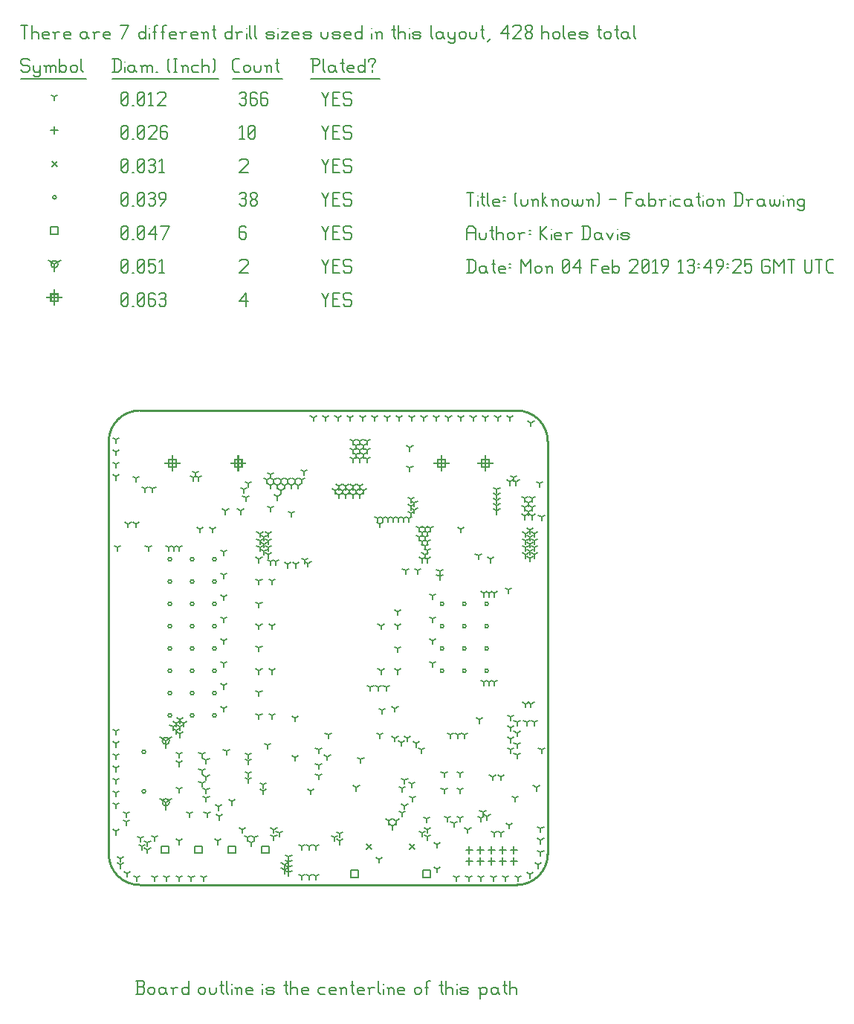
<source format=gbr>
G04 start of page 13 for group -3984 idx -3984 *
G04 Title: (unknown), fab *
G04 Creator: pcb 20140316 *
G04 CreationDate: Mon 04 Feb 2019 13:49:25 GMT UTC *
G04 For: kier *
G04 Format: Gerber/RS-274X *
G04 PCB-Dimensions (mil): 2755.91 2913.39 *
G04 PCB-Coordinate-Origin: lower left *
%MOIN*%
%FSLAX25Y25*%
%LNFAB*%
%ADD169C,0.0100*%
%ADD168C,0.0075*%
%ADD167C,0.0060*%
%ADD166R,0.0080X0.0080*%
G54D166*X208268Y231546D02*Y225146D01*
X205068Y228346D02*X211468D01*
X206668Y229946D02*X209868D01*
X206668D02*Y226746D01*
X209868D01*
Y229946D02*Y226746D01*
X188583Y231546D02*Y225146D01*
X185383Y228346D02*X191783D01*
X186983Y229946D02*X190183D01*
X186983D02*Y226746D01*
X190183D01*
Y229946D02*Y226746D01*
X97441Y231546D02*Y225146D01*
X94241Y228346D02*X100641D01*
X95841Y229946D02*X99041D01*
X95841D02*Y226746D01*
X99041D01*
Y229946D02*Y226746D01*
X67913Y231546D02*Y225146D01*
X64713Y228346D02*X71113D01*
X66313Y229946D02*X69513D01*
X66313D02*Y226746D01*
X69513D01*
Y229946D02*Y226746D01*
X15000Y305789D02*Y299389D01*
X11800Y302589D02*X18200D01*
X13400Y304189D02*X16600D01*
X13400D02*Y300989D01*
X16600D01*
Y304189D02*Y300989D01*
G54D167*X135000Y304839D02*X136500Y301839D01*
X138000Y304839D01*
X136500Y301839D02*Y298839D01*
X139800Y302139D02*X142050D01*
X139800Y298839D02*X142800D01*
X139800Y304839D02*Y298839D01*
Y304839D02*X142800D01*
X147600D02*X148350Y304089D01*
X145350Y304839D02*X147600D01*
X144600Y304089D02*X145350Y304839D01*
X144600Y304089D02*Y302589D01*
X145350Y301839D01*
X147600D01*
X148350Y301089D01*
Y299589D01*
X147600Y298839D02*X148350Y299589D01*
X145350Y298839D02*X147600D01*
X144600Y299589D02*X145350Y298839D01*
X98000Y301089D02*X101000Y304839D01*
X98000Y301089D02*X101750D01*
X101000Y304839D02*Y298839D01*
X45000Y299589D02*X45750Y298839D01*
X45000Y304089D02*Y299589D01*
Y304089D02*X45750Y304839D01*
X47250D01*
X48000Y304089D01*
Y299589D01*
X47250Y298839D02*X48000Y299589D01*
X45750Y298839D02*X47250D01*
X45000Y300339D02*X48000Y303339D01*
X49800Y298839D02*X50550D01*
X52350Y299589D02*X53100Y298839D01*
X52350Y304089D02*Y299589D01*
Y304089D02*X53100Y304839D01*
X54600D01*
X55350Y304089D01*
Y299589D01*
X54600Y298839D02*X55350Y299589D01*
X53100Y298839D02*X54600D01*
X52350Y300339D02*X55350Y303339D01*
X59400Y304839D02*X60150Y304089D01*
X57900Y304839D02*X59400D01*
X57150Y304089D02*X57900Y304839D01*
X57150Y304089D02*Y299589D01*
X57900Y298839D01*
X59400Y302139D02*X60150Y301389D01*
X57150Y302139D02*X59400D01*
X57900Y298839D02*X59400D01*
X60150Y299589D01*
Y301389D02*Y299589D01*
X61950Y304089D02*X62700Y304839D01*
X64200D01*
X64950Y304089D01*
X64200Y298839D02*X64950Y299589D01*
X62700Y298839D02*X64200D01*
X61950Y299589D02*X62700Y298839D01*
Y302139D02*X64200D01*
X64950Y304089D02*Y302889D01*
Y301389D02*Y299589D01*
Y301389D02*X64200Y302139D01*
X64950Y302889D02*X64200Y302139D01*
X64961Y103937D02*Y100737D01*
Y103937D02*X67734Y105537D01*
X64961Y103937D02*X62187Y105537D01*
X63361Y103937D02*G75*G03X66561Y103937I1600J0D01*G01*
G75*G03X63361Y103937I-1600J0D01*G01*
X64961Y76378D02*Y73178D01*
Y76378D02*X67734Y77978D01*
X64961Y76378D02*X62187Y77978D01*
X63361Y76378D02*G75*G03X66561Y76378I1600J0D01*G01*
G75*G03X63361Y76378I-1600J0D01*G01*
X15000Y317589D02*Y314389D01*
Y317589D02*X17773Y319189D01*
X15000Y317589D02*X12227Y319189D01*
X13400Y317589D02*G75*G03X16600Y317589I1600J0D01*G01*
G75*G03X13400Y317589I-1600J0D01*G01*
X135000Y319839D02*X136500Y316839D01*
X138000Y319839D01*
X136500Y316839D02*Y313839D01*
X139800Y317139D02*X142050D01*
X139800Y313839D02*X142800D01*
X139800Y319839D02*Y313839D01*
Y319839D02*X142800D01*
X147600D02*X148350Y319089D01*
X145350Y319839D02*X147600D01*
X144600Y319089D02*X145350Y319839D01*
X144600Y319089D02*Y317589D01*
X145350Y316839D01*
X147600D01*
X148350Y316089D01*
Y314589D01*
X147600Y313839D02*X148350Y314589D01*
X145350Y313839D02*X147600D01*
X144600Y314589D02*X145350Y313839D01*
X98000Y319089D02*X98750Y319839D01*
X101000D01*
X101750Y319089D01*
Y317589D01*
X98000Y313839D02*X101750Y317589D01*
X98000Y313839D02*X101750D01*
X45000Y314589D02*X45750Y313839D01*
X45000Y319089D02*Y314589D01*
Y319089D02*X45750Y319839D01*
X47250D01*
X48000Y319089D01*
Y314589D01*
X47250Y313839D02*X48000Y314589D01*
X45750Y313839D02*X47250D01*
X45000Y315339D02*X48000Y318339D01*
X49800Y313839D02*X50550D01*
X52350Y314589D02*X53100Y313839D01*
X52350Y319089D02*Y314589D01*
Y319089D02*X53100Y319839D01*
X54600D01*
X55350Y319089D01*
Y314589D01*
X54600Y313839D02*X55350Y314589D01*
X53100Y313839D02*X54600D01*
X52350Y315339D02*X55350Y318339D01*
X57150Y319839D02*X60150D01*
X57150D02*Y316839D01*
X57900Y317589D01*
X59400D01*
X60150Y316839D01*
Y314589D01*
X59400Y313839D02*X60150Y314589D01*
X57900Y313839D02*X59400D01*
X57150Y314589D02*X57900Y313839D01*
X61950Y318639D02*X63150Y319839D01*
Y313839D01*
X61950D02*X64200D01*
X148006Y45891D02*X151206D01*
X148006D02*Y42691D01*
X151206D01*
Y45891D02*Y42691D01*
X180290Y45891D02*X183490D01*
X180290D02*Y42691D01*
X183490D01*
Y45891D02*Y42691D01*
X62908Y56718D02*X66108D01*
X62908D02*Y53518D01*
X66108D01*
Y56718D02*Y53518D01*
X77908Y56718D02*X81108D01*
X77908D02*Y53518D01*
X81108D01*
Y56718D02*Y53518D01*
X92908Y56718D02*X96108D01*
X92908D02*Y53518D01*
X96108D01*
Y56718D02*Y53518D01*
X107908Y56718D02*X111108D01*
X107908D02*Y53518D01*
X111108D01*
Y56718D02*Y53518D01*
X13400Y334189D02*X16600D01*
X13400D02*Y330989D01*
X16600D01*
Y334189D02*Y330989D01*
X135000Y334839D02*X136500Y331839D01*
X138000Y334839D01*
X136500Y331839D02*Y328839D01*
X139800Y332139D02*X142050D01*
X139800Y328839D02*X142800D01*
X139800Y334839D02*Y328839D01*
Y334839D02*X142800D01*
X147600D02*X148350Y334089D01*
X145350Y334839D02*X147600D01*
X144600Y334089D02*X145350Y334839D01*
X144600Y334089D02*Y332589D01*
X145350Y331839D01*
X147600D01*
X148350Y331089D01*
Y329589D01*
X147600Y328839D02*X148350Y329589D01*
X145350Y328839D02*X147600D01*
X144600Y329589D02*X145350Y328839D01*
X100250Y334839D02*X101000Y334089D01*
X98750Y334839D02*X100250D01*
X98000Y334089D02*X98750Y334839D01*
X98000Y334089D02*Y329589D01*
X98750Y328839D01*
X100250Y332139D02*X101000Y331389D01*
X98000Y332139D02*X100250D01*
X98750Y328839D02*X100250D01*
X101000Y329589D01*
Y331389D02*Y329589D01*
X45000D02*X45750Y328839D01*
X45000Y334089D02*Y329589D01*
Y334089D02*X45750Y334839D01*
X47250D01*
X48000Y334089D01*
Y329589D01*
X47250Y328839D02*X48000Y329589D01*
X45750Y328839D02*X47250D01*
X45000Y330339D02*X48000Y333339D01*
X49800Y328839D02*X50550D01*
X52350Y329589D02*X53100Y328839D01*
X52350Y334089D02*Y329589D01*
Y334089D02*X53100Y334839D01*
X54600D01*
X55350Y334089D01*
Y329589D01*
X54600Y328839D02*X55350Y329589D01*
X53100Y328839D02*X54600D01*
X52350Y330339D02*X55350Y333339D01*
X57150Y331089D02*X60150Y334839D01*
X57150Y331089D02*X60900D01*
X60150Y334839D02*Y328839D01*
X63450D02*X66450Y334839D01*
X62700D02*X66450D01*
X54318Y99016D02*G75*G03X55918Y99016I800J0D01*G01*
G75*G03X54318Y99016I-800J0D01*G01*
Y81299D02*G75*G03X55918Y81299I800J0D01*G01*
G75*G03X54318Y81299I-800J0D01*G01*
X208019Y135354D02*G75*G03X209619Y135354I800J0D01*G01*
G75*G03X208019Y135354I-800J0D01*G01*
X198019D02*G75*G03X199619Y135354I800J0D01*G01*
G75*G03X198019Y135354I-800J0D01*G01*
X188019D02*G75*G03X189619Y135354I800J0D01*G01*
G75*G03X188019Y135354I-800J0D01*G01*
X208019Y145354D02*G75*G03X209619Y145354I800J0D01*G01*
G75*G03X208019Y145354I-800J0D01*G01*
X198019D02*G75*G03X199619Y145354I800J0D01*G01*
G75*G03X198019Y145354I-800J0D01*G01*
X188019D02*G75*G03X189619Y145354I800J0D01*G01*
G75*G03X188019Y145354I-800J0D01*G01*
X208019Y155354D02*G75*G03X209619Y155354I800J0D01*G01*
G75*G03X208019Y155354I-800J0D01*G01*
X198019D02*G75*G03X199619Y155354I800J0D01*G01*
G75*G03X198019Y155354I-800J0D01*G01*
X188019D02*G75*G03X189619Y155354I800J0D01*G01*
G75*G03X188019Y155354I-800J0D01*G01*
X208019Y165354D02*G75*G03X209619Y165354I800J0D01*G01*
G75*G03X208019Y165354I-800J0D01*G01*
X198019D02*G75*G03X199619Y165354I800J0D01*G01*
G75*G03X198019Y165354I-800J0D01*G01*
X188019D02*G75*G03X189619Y165354I800J0D01*G01*
G75*G03X188019Y165354I-800J0D01*G01*
X65972Y185354D02*G75*G03X67572Y185354I800J0D01*G01*
G75*G03X65972Y185354I-800J0D01*G01*
X75972D02*G75*G03X77572Y185354I800J0D01*G01*
G75*G03X75972Y185354I-800J0D01*G01*
X85972D02*G75*G03X87572Y185354I800J0D01*G01*
G75*G03X85972Y185354I-800J0D01*G01*
X65972Y175354D02*G75*G03X67572Y175354I800J0D01*G01*
G75*G03X65972Y175354I-800J0D01*G01*
X75972D02*G75*G03X77572Y175354I800J0D01*G01*
G75*G03X75972Y175354I-800J0D01*G01*
X85972D02*G75*G03X87572Y175354I800J0D01*G01*
G75*G03X85972Y175354I-800J0D01*G01*
X65972Y165354D02*G75*G03X67572Y165354I800J0D01*G01*
G75*G03X65972Y165354I-800J0D01*G01*
X75972D02*G75*G03X77572Y165354I800J0D01*G01*
G75*G03X75972Y165354I-800J0D01*G01*
X85972D02*G75*G03X87572Y165354I800J0D01*G01*
G75*G03X85972Y165354I-800J0D01*G01*
X65972Y155354D02*G75*G03X67572Y155354I800J0D01*G01*
G75*G03X65972Y155354I-800J0D01*G01*
X75972D02*G75*G03X77572Y155354I800J0D01*G01*
G75*G03X75972Y155354I-800J0D01*G01*
X85972D02*G75*G03X87572Y155354I800J0D01*G01*
G75*G03X85972Y155354I-800J0D01*G01*
X65972Y145354D02*G75*G03X67572Y145354I800J0D01*G01*
G75*G03X65972Y145354I-800J0D01*G01*
X75972D02*G75*G03X77572Y145354I800J0D01*G01*
G75*G03X75972Y145354I-800J0D01*G01*
X85972D02*G75*G03X87572Y145354I800J0D01*G01*
G75*G03X85972Y145354I-800J0D01*G01*
X65972Y135354D02*G75*G03X67572Y135354I800J0D01*G01*
G75*G03X65972Y135354I-800J0D01*G01*
X75972D02*G75*G03X77572Y135354I800J0D01*G01*
G75*G03X75972Y135354I-800J0D01*G01*
X85972D02*G75*G03X87572Y135354I800J0D01*G01*
G75*G03X85972Y135354I-800J0D01*G01*
X65972Y125354D02*G75*G03X67572Y125354I800J0D01*G01*
G75*G03X65972Y125354I-800J0D01*G01*
X75972D02*G75*G03X77572Y125354I800J0D01*G01*
G75*G03X75972Y125354I-800J0D01*G01*
X85972D02*G75*G03X87572Y125354I800J0D01*G01*
G75*G03X85972Y125354I-800J0D01*G01*
X65972Y115354D02*G75*G03X67572Y115354I800J0D01*G01*
G75*G03X65972Y115354I-800J0D01*G01*
X75972D02*G75*G03X77572Y115354I800J0D01*G01*
G75*G03X75972Y115354I-800J0D01*G01*
X85972D02*G75*G03X87572Y115354I800J0D01*G01*
G75*G03X85972Y115354I-800J0D01*G01*
X14200Y347589D02*G75*G03X15800Y347589I800J0D01*G01*
G75*G03X14200Y347589I-800J0D01*G01*
X135000Y349839D02*X136500Y346839D01*
X138000Y349839D01*
X136500Y346839D02*Y343839D01*
X139800Y347139D02*X142050D01*
X139800Y343839D02*X142800D01*
X139800Y349839D02*Y343839D01*
Y349839D02*X142800D01*
X147600D02*X148350Y349089D01*
X145350Y349839D02*X147600D01*
X144600Y349089D02*X145350Y349839D01*
X144600Y349089D02*Y347589D01*
X145350Y346839D01*
X147600D01*
X148350Y346089D01*
Y344589D01*
X147600Y343839D02*X148350Y344589D01*
X145350Y343839D02*X147600D01*
X144600Y344589D02*X145350Y343839D01*
X98000Y349089D02*X98750Y349839D01*
X100250D01*
X101000Y349089D01*
X100250Y343839D02*X101000Y344589D01*
X98750Y343839D02*X100250D01*
X98000Y344589D02*X98750Y343839D01*
Y347139D02*X100250D01*
X101000Y349089D02*Y347889D01*
Y346389D02*Y344589D01*
Y346389D02*X100250Y347139D01*
X101000Y347889D02*X100250Y347139D01*
X102800Y344589D02*X103550Y343839D01*
X102800Y345789D02*Y344589D01*
Y345789D02*X103850Y346839D01*
X104750D01*
X105800Y345789D01*
Y344589D01*
X105050Y343839D02*X105800Y344589D01*
X103550Y343839D02*X105050D01*
X102800Y347889D02*X103850Y346839D01*
X102800Y349089D02*Y347889D01*
Y349089D02*X103550Y349839D01*
X105050D01*
X105800Y349089D01*
Y347889D01*
X104750Y346839D02*X105800Y347889D01*
X45000Y344589D02*X45750Y343839D01*
X45000Y349089D02*Y344589D01*
Y349089D02*X45750Y349839D01*
X47250D01*
X48000Y349089D01*
Y344589D01*
X47250Y343839D02*X48000Y344589D01*
X45750Y343839D02*X47250D01*
X45000Y345339D02*X48000Y348339D01*
X49800Y343839D02*X50550D01*
X52350Y344589D02*X53100Y343839D01*
X52350Y349089D02*Y344589D01*
Y349089D02*X53100Y349839D01*
X54600D01*
X55350Y349089D01*
Y344589D01*
X54600Y343839D02*X55350Y344589D01*
X53100Y343839D02*X54600D01*
X52350Y345339D02*X55350Y348339D01*
X57150Y349089D02*X57900Y349839D01*
X59400D01*
X60150Y349089D01*
X59400Y343839D02*X60150Y344589D01*
X57900Y343839D02*X59400D01*
X57150Y344589D02*X57900Y343839D01*
Y347139D02*X59400D01*
X60150Y349089D02*Y347889D01*
Y346389D02*Y344589D01*
Y346389D02*X59400Y347139D01*
X60150Y347889D02*X59400Y347139D01*
X62700Y343839D02*X64950Y346839D01*
Y349089D02*Y346839D01*
X64200Y349839D02*X64950Y349089D01*
X62700Y349839D02*X64200D01*
X61950Y349089D02*X62700Y349839D01*
X61950Y349089D02*Y347589D01*
X62700Y346839D01*
X64950D01*
X155001Y57617D02*X157401Y55217D01*
X155001D02*X157401Y57617D01*
X174095D02*X176495Y55217D01*
X174095D02*X176495Y57617D01*
X13800Y363789D02*X16200Y361389D01*
X13800D02*X16200Y363789D01*
X135000Y364839D02*X136500Y361839D01*
X138000Y364839D01*
X136500Y361839D02*Y358839D01*
X139800Y362139D02*X142050D01*
X139800Y358839D02*X142800D01*
X139800Y364839D02*Y358839D01*
Y364839D02*X142800D01*
X147600D02*X148350Y364089D01*
X145350Y364839D02*X147600D01*
X144600Y364089D02*X145350Y364839D01*
X144600Y364089D02*Y362589D01*
X145350Y361839D01*
X147600D01*
X148350Y361089D01*
Y359589D01*
X147600Y358839D02*X148350Y359589D01*
X145350Y358839D02*X147600D01*
X144600Y359589D02*X145350Y358839D01*
X98000Y364089D02*X98750Y364839D01*
X101000D01*
X101750Y364089D01*
Y362589D01*
X98000Y358839D02*X101750Y362589D01*
X98000Y358839D02*X101750D01*
X45000Y359589D02*X45750Y358839D01*
X45000Y364089D02*Y359589D01*
Y364089D02*X45750Y364839D01*
X47250D01*
X48000Y364089D01*
Y359589D01*
X47250Y358839D02*X48000Y359589D01*
X45750Y358839D02*X47250D01*
X45000Y360339D02*X48000Y363339D01*
X49800Y358839D02*X50550D01*
X52350Y359589D02*X53100Y358839D01*
X52350Y364089D02*Y359589D01*
Y364089D02*X53100Y364839D01*
X54600D01*
X55350Y364089D01*
Y359589D01*
X54600Y358839D02*X55350Y359589D01*
X53100Y358839D02*X54600D01*
X52350Y360339D02*X55350Y363339D01*
X57150Y364089D02*X57900Y364839D01*
X59400D01*
X60150Y364089D01*
X59400Y358839D02*X60150Y359589D01*
X57900Y358839D02*X59400D01*
X57150Y359589D02*X57900Y358839D01*
Y362139D02*X59400D01*
X60150Y364089D02*Y362889D01*
Y361389D02*Y359589D01*
Y361389D02*X59400Y362139D01*
X60150Y362889D02*X59400Y362139D01*
X61950Y363639D02*X63150Y364839D01*
Y358839D01*
X61950D02*X64200D01*
X201024Y51600D02*Y48400D01*
X199424Y50000D02*X202624D01*
X201024Y56600D02*Y53400D01*
X199424Y55000D02*X202624D01*
X206024Y51600D02*Y48400D01*
X204424Y50000D02*X207624D01*
X206024Y56600D02*Y53400D01*
X204424Y55000D02*X207624D01*
X211024Y51600D02*Y48400D01*
X209424Y50000D02*X212624D01*
X211024Y56600D02*Y53400D01*
X209424Y55000D02*X212624D01*
X216024Y51600D02*Y48400D01*
X214424Y50000D02*X217624D01*
X216024Y56600D02*Y53400D01*
X214424Y55000D02*X217624D01*
X221024Y51600D02*Y48400D01*
X219424Y50000D02*X222624D01*
X221024Y56600D02*Y53400D01*
X219424Y55000D02*X222624D01*
X15000Y379189D02*Y375989D01*
X13400Y377589D02*X16600D01*
X135000Y379839D02*X136500Y376839D01*
X138000Y379839D01*
X136500Y376839D02*Y373839D01*
X139800Y377139D02*X142050D01*
X139800Y373839D02*X142800D01*
X139800Y379839D02*Y373839D01*
Y379839D02*X142800D01*
X147600D02*X148350Y379089D01*
X145350Y379839D02*X147600D01*
X144600Y379089D02*X145350Y379839D01*
X144600Y379089D02*Y377589D01*
X145350Y376839D01*
X147600D01*
X148350Y376089D01*
Y374589D01*
X147600Y373839D02*X148350Y374589D01*
X145350Y373839D02*X147600D01*
X144600Y374589D02*X145350Y373839D01*
X98000Y378639D02*X99200Y379839D01*
Y373839D01*
X98000D02*X100250D01*
X102050Y374589D02*X102800Y373839D01*
X102050Y379089D02*Y374589D01*
Y379089D02*X102800Y379839D01*
X104300D01*
X105050Y379089D01*
Y374589D01*
X104300Y373839D02*X105050Y374589D01*
X102800Y373839D02*X104300D01*
X102050Y375339D02*X105050Y378339D01*
X45000Y374589D02*X45750Y373839D01*
X45000Y379089D02*Y374589D01*
Y379089D02*X45750Y379839D01*
X47250D01*
X48000Y379089D01*
Y374589D01*
X47250Y373839D02*X48000Y374589D01*
X45750Y373839D02*X47250D01*
X45000Y375339D02*X48000Y378339D01*
X49800Y373839D02*X50550D01*
X52350Y374589D02*X53100Y373839D01*
X52350Y379089D02*Y374589D01*
Y379089D02*X53100Y379839D01*
X54600D01*
X55350Y379089D01*
Y374589D01*
X54600Y373839D02*X55350Y374589D01*
X53100Y373839D02*X54600D01*
X52350Y375339D02*X55350Y378339D01*
X57150Y379089D02*X57900Y379839D01*
X60150D01*
X60900Y379089D01*
Y377589D01*
X57150Y373839D02*X60900Y377589D01*
X57150Y373839D02*X60900D01*
X64950Y379839D02*X65700Y379089D01*
X63450Y379839D02*X64950D01*
X62700Y379089D02*X63450Y379839D01*
X62700Y379089D02*Y374589D01*
X63450Y373839D01*
X64950Y377139D02*X65700Y376389D01*
X62700Y377139D02*X64950D01*
X63450Y373839D02*X64950D01*
X65700Y374589D01*
Y376389D02*Y374589D01*
X152362Y95669D02*Y94069D01*
Y95669D02*X153749Y96469D01*
X152362Y95669D02*X150976Y96469D01*
X122835Y96457D02*Y94857D01*
Y96457D02*X124221Y97257D01*
X122835Y96457D02*X121448Y97257D01*
X133465Y100000D02*Y98400D01*
Y100000D02*X134851Y100800D01*
X133465Y100000D02*X132078Y100800D01*
X233465Y204331D02*Y202731D01*
Y204331D02*X234851Y205131D01*
X233465Y204331D02*X232078Y205131D01*
X197244Y198819D02*Y197219D01*
Y198819D02*X198631Y199619D01*
X197244Y198819D02*X195857Y199619D01*
X210630Y185433D02*Y183833D01*
Y185433D02*X212017Y186233D01*
X210630Y185433D02*X209243Y186233D01*
X218504Y171654D02*Y170054D01*
Y171654D02*X219891Y172454D01*
X218504Y171654D02*X217117Y172454D01*
X177953Y180315D02*Y178715D01*
Y180315D02*X179339Y181115D01*
X177953Y180315D02*X176566Y181115D01*
X48031Y201181D02*Y199581D01*
Y201181D02*X49418Y201981D01*
X48031Y201181D02*X46645Y201981D01*
X51575Y201181D02*Y199581D01*
Y201181D02*X52961Y201981D01*
X51575Y201181D02*X50188Y201981D01*
X57087Y190551D02*Y188951D01*
Y190551D02*X58473Y191351D01*
X57087Y190551D02*X55700Y191351D01*
X51575Y221654D02*Y220054D01*
Y221654D02*X52961Y222454D01*
X51575Y221654D02*X50188Y222454D01*
X118110Y218504D02*Y216904D01*
Y218504D02*X119497Y219304D01*
X118110Y218504D02*X116724Y219304D01*
X121260Y218504D02*Y216904D01*
Y218504D02*X122647Y219304D01*
X121260Y218504D02*X119873Y219304D01*
X124409Y218504D02*Y216904D01*
Y218504D02*X125796Y219304D01*
X124409Y218504D02*X123023Y219304D01*
X122835Y220866D02*Y219266D01*
Y220866D02*X124221Y221666D01*
X122835Y220866D02*X121448Y221666D01*
X119685Y220866D02*Y219266D01*
Y220866D02*X121072Y221666D01*
X119685Y220866D02*X118298Y221666D01*
X116535Y220866D02*Y219266D01*
Y220866D02*X117922Y221666D01*
X116535Y220866D02*X115149Y221666D01*
X113386Y220866D02*Y219266D01*
Y220866D02*X114772Y221666D01*
X113386Y220866D02*X111999Y221666D01*
X110236Y220866D02*Y219266D01*
Y220866D02*X111623Y221666D01*
X110236Y220866D02*X108850Y221666D01*
X111811Y223228D02*Y221628D01*
Y223228D02*X113198Y224028D01*
X111811Y223228D02*X110424Y224028D01*
X125984Y220866D02*Y219266D01*
Y220866D02*X127371Y221666D01*
X125984Y220866D02*X124598Y221666D01*
X111811Y218504D02*Y216904D01*
Y218504D02*X113198Y219304D01*
X111811Y218504D02*X110424Y219304D01*
X114961Y218504D02*Y216904D01*
Y218504D02*X116347Y219304D01*
X114961Y218504D02*X113574Y219304D01*
X111811Y208268D02*Y206668D01*
Y208268D02*X113198Y209068D01*
X111811Y208268D02*X110424Y209068D01*
X98425Y207087D02*Y205487D01*
Y207087D02*X99812Y207887D01*
X98425Y207087D02*X97039Y207887D01*
X116535Y216142D02*Y214542D01*
Y216142D02*X117922Y216942D01*
X116535Y216142D02*X115149Y216942D01*
X114961Y213386D02*Y211786D01*
Y213386D02*X116347Y214186D01*
X114961Y213386D02*X113574Y214186D01*
X70866Y98031D02*Y96431D01*
Y98031D02*X72253Y98831D01*
X70866Y98031D02*X69479Y98831D01*
X92126Y99213D02*Y97613D01*
Y99213D02*X93513Y100013D01*
X92126Y99213D02*X90739Y100013D01*
X81102Y85039D02*Y83439D01*
Y85039D02*X82489Y85839D01*
X81102Y85039D02*X79716Y85839D01*
X83071Y78346D02*Y76746D01*
Y78346D02*X84458Y79146D01*
X83071Y78346D02*X81684Y79146D01*
X150394Y83071D02*Y81471D01*
Y83071D02*X151780Y83871D01*
X150394Y83071D02*X149007Y83871D01*
X179528Y100000D02*Y98400D01*
Y100000D02*X180914Y100800D01*
X179528Y100000D02*X178141Y100800D01*
X209055Y70079D02*Y68479D01*
Y70079D02*X210442Y70879D01*
X209055Y70079D02*X207668Y70879D01*
X207087Y72047D02*Y70447D01*
Y72047D02*X208473Y72847D01*
X207087Y72047D02*X205700Y72847D01*
X206299Y69291D02*Y67691D01*
Y69291D02*X207686Y70091D01*
X206299Y69291D02*X204913Y70091D01*
X70866Y94094D02*Y92494D01*
Y94094D02*X72253Y94894D01*
X70866Y94094D02*X69479Y94894D01*
X81102Y90551D02*Y88951D01*
Y90551D02*X82489Y91351D01*
X81102Y90551D02*X79716Y91351D01*
X70866Y82283D02*Y80683D01*
Y82283D02*X72253Y83083D01*
X70866Y82283D02*X69479Y83083D01*
X44488Y48425D02*Y46825D01*
Y48425D02*X45875Y49225D01*
X44488Y48425D02*X43102Y49225D01*
X44488Y51181D02*Y49581D01*
Y51181D02*X45875Y51981D01*
X44488Y51181D02*X43102Y51981D01*
X101969Y89370D02*Y87770D01*
Y89370D02*X103355Y90170D01*
X101969Y89370D02*X100582Y90170D01*
X101969Y86614D02*Y85014D01*
Y86614D02*X103355Y87414D01*
X101969Y86614D02*X100582Y87414D01*
X75591Y71260D02*Y69660D01*
Y71260D02*X76977Y72060D01*
X75591Y71260D02*X74204Y72060D01*
X83465Y71260D02*Y69660D01*
Y71260D02*X84851Y72060D01*
X83465Y71260D02*X82078Y72060D01*
X94488Y76772D02*Y75172D01*
Y76772D02*X95875Y77572D01*
X94488Y76772D02*X93102Y77572D01*
X88583Y74409D02*Y72809D01*
Y74409D02*X89969Y75209D01*
X88583Y74409D02*X87196Y75209D01*
X70866Y59055D02*Y57455D01*
Y59055D02*X72253Y59855D01*
X70866Y59055D02*X69479Y59855D01*
X88189Y59055D02*Y57455D01*
Y59055D02*X89576Y59855D01*
X88189Y59055D02*X86802Y59855D01*
X113386Y64173D02*Y62573D01*
Y64173D02*X114772Y64973D01*
X113386Y64173D02*X111999Y64973D01*
X113386Y61024D02*Y59424D01*
Y61024D02*X114772Y61824D01*
X113386Y61024D02*X111999Y61824D01*
X115748Y62598D02*Y60998D01*
Y62598D02*X117135Y63398D01*
X115748Y62598D02*X114361Y63398D01*
X54331Y56693D02*Y55093D01*
Y56693D02*X55717Y57493D01*
X54331Y56693D02*X52944Y57493D01*
X56693Y55118D02*Y53518D01*
Y55118D02*X58080Y55918D01*
X56693Y55118D02*X55306Y55918D01*
X56693Y58268D02*Y56668D01*
Y58268D02*X58080Y59068D01*
X56693Y58268D02*X55306Y59068D01*
X47244Y71260D02*Y69660D01*
Y71260D02*X48631Y72060D01*
X47244Y71260D02*X45857Y72060D01*
X53543Y60236D02*Y58636D01*
Y60236D02*X54930Y61036D01*
X53543Y60236D02*X52157Y61036D01*
X81102Y98031D02*Y96431D01*
Y98031D02*X82489Y98831D01*
X81102Y98031D02*X79716Y98831D01*
X47244Y67717D02*Y66117D01*
Y67717D02*X48631Y68517D01*
X47244Y67717D02*X45857Y68517D01*
X172047Y86220D02*Y84620D01*
Y86220D02*X173434Y87020D01*
X172047Y86220D02*X170661Y87020D01*
X175197Y84646D02*Y83046D01*
Y84646D02*X176584Y85446D01*
X175197Y84646D02*X173810Y85446D01*
X170866Y82677D02*Y81077D01*
Y82677D02*X172253Y83477D01*
X170866Y82677D02*X169479Y83477D01*
X175591Y78346D02*Y76746D01*
Y78346D02*X176977Y79146D01*
X175591Y78346D02*X174204Y79146D01*
X172047Y74803D02*Y73203D01*
Y74803D02*X173434Y75603D01*
X172047Y74803D02*X170661Y75603D01*
X181890Y68898D02*Y67298D01*
Y68898D02*X183276Y69698D01*
X181890Y68898D02*X180503Y69698D01*
X132283Y43307D02*Y41707D01*
Y43307D02*X133670Y44107D01*
X132283Y43307D02*X130897Y44107D01*
X129134Y43307D02*Y41707D01*
Y43307D02*X130521Y44107D01*
X129134Y43307D02*X127747Y44107D01*
X125984Y43307D02*Y41707D01*
Y43307D02*X127371Y44107D01*
X125984Y43307D02*X124598Y44107D01*
X132283Y56693D02*Y55093D01*
Y56693D02*X133670Y57493D01*
X132283Y56693D02*X130897Y57493D01*
X129134Y56693D02*Y55093D01*
Y56693D02*X130521Y57493D01*
X129134Y56693D02*X127747Y57493D01*
X125984Y56693D02*Y55093D01*
Y56693D02*X127371Y57493D01*
X125984Y56693D02*X124598Y57493D01*
X142913Y59055D02*Y57455D01*
Y59055D02*X144300Y59855D01*
X142913Y59055D02*X141527Y59855D01*
X142913Y62205D02*Y60605D01*
Y62205D02*X144300Y63005D01*
X142913Y62205D02*X141527Y63005D01*
X140551Y60630D02*Y59030D01*
Y60630D02*X141938Y61430D01*
X140551Y60630D02*X139165Y61430D01*
X168110Y68110D02*Y66510D01*
Y68110D02*X169497Y68910D01*
X168110Y68110D02*X166724Y68910D01*
X160630Y50787D02*Y49187D01*
Y50787D02*X162017Y51587D01*
X160630Y50787D02*X159243Y51587D01*
X104724Y60630D02*Y59030D01*
Y60630D02*X106111Y61430D01*
X104724Y60630D02*X103338Y61430D01*
X103150Y58268D02*Y56668D01*
Y58268D02*X104536Y59068D01*
X103150Y58268D02*X101763Y59068D01*
X101575Y60630D02*Y59030D01*
Y60630D02*X102961Y61430D01*
X101575Y60630D02*X100188Y61430D01*
X99213Y64173D02*Y62573D01*
Y64173D02*X100599Y64973D01*
X99213Y64173D02*X97826Y64973D01*
X179921Y62598D02*Y60998D01*
Y62598D02*X181308Y63398D01*
X179921Y62598D02*X178535Y63398D01*
X182283Y64173D02*Y62573D01*
Y64173D02*X183670Y64973D01*
X182283Y64173D02*X180897Y64973D01*
X182283Y61024D02*Y59424D01*
Y61024D02*X183670Y61824D01*
X182283Y61024D02*X180897Y61824D01*
X59843Y60630D02*Y59030D01*
Y60630D02*X61229Y61430D01*
X59843Y60630D02*X58456Y61430D01*
X191339Y69291D02*Y67691D01*
Y69291D02*X192725Y70091D01*
X191339Y69291D02*X189952Y70091D01*
X194094Y66929D02*Y65329D01*
Y66929D02*X195481Y67729D01*
X194094Y66929D02*X192708Y67729D01*
X196850Y69291D02*Y67691D01*
Y69291D02*X198237Y70091D01*
X196850Y69291D02*X195464Y70091D01*
X83071Y81890D02*Y80290D01*
Y81890D02*X84458Y82690D01*
X83071Y81890D02*X81684Y82690D01*
X83071Y87795D02*Y86195D01*
Y87795D02*X84458Y88595D01*
X83071Y87795D02*X81684Y88595D01*
X83071Y95276D02*Y93676D01*
Y95276D02*X84458Y96076D01*
X83071Y95276D02*X81684Y96076D01*
X215354Y87795D02*Y86195D01*
Y87795D02*X216741Y88595D01*
X215354Y87795D02*X213968Y88595D01*
X211417Y87795D02*Y86195D01*
Y87795D02*X212804Y88595D01*
X211417Y87795D02*X210031Y88595D01*
X192520Y106693D02*Y105093D01*
Y106693D02*X193906Y107493D01*
X192520Y106693D02*X191133Y107493D01*
X205512Y113386D02*Y111786D01*
Y113386D02*X206898Y114186D01*
X205512Y113386D02*X204125Y114186D01*
X200394Y64173D02*Y62573D01*
Y64173D02*X201780Y64973D01*
X200394Y64173D02*X199007Y64973D01*
X212205Y62598D02*Y60998D01*
Y62598D02*X213591Y63398D01*
X212205Y62598D02*X210818Y63398D01*
X215354Y62598D02*Y60998D01*
Y62598D02*X216741Y63398D01*
X215354Y62598D02*X213968Y63398D01*
X221654Y78346D02*Y76746D01*
Y78346D02*X223040Y79146D01*
X221654Y78346D02*X220267Y79146D01*
X231102Y83071D02*Y81471D01*
Y83071D02*X232489Y83871D01*
X231102Y83071D02*X229716Y83871D01*
X189764Y89370D02*Y87770D01*
Y89370D02*X191150Y90170D01*
X189764Y89370D02*X188377Y90170D01*
X189764Y81890D02*Y80290D01*
Y81890D02*X191150Y82690D01*
X189764Y81890D02*X188377Y82690D01*
X196850Y81890D02*Y80290D01*
Y81890D02*X198237Y82690D01*
X196850Y81890D02*X195464Y82690D01*
X196850Y89370D02*Y87770D01*
Y89370D02*X198237Y90170D01*
X196850Y89370D02*X195464Y90170D01*
X233465Y100000D02*Y98400D01*
Y100000D02*X234851Y100800D01*
X233465Y100000D02*X232078Y100800D01*
X177165Y102756D02*Y101156D01*
Y102756D02*X178552Y103556D01*
X177165Y102756D02*X175779Y103556D01*
X173228Y105118D02*Y103518D01*
Y105118D02*X174615Y105918D01*
X173228Y105118D02*X171842Y105918D01*
X170472Y103150D02*Y101550D01*
Y103150D02*X171859Y103950D01*
X170472Y103150D02*X169086Y103950D01*
X167717Y105118D02*Y103518D01*
Y105118D02*X169103Y105918D01*
X167717Y105118D02*X166330Y105918D01*
X108661Y81496D02*Y79896D01*
Y81496D02*X110048Y82296D01*
X108661Y81496D02*X107275Y82296D01*
X108661Y84252D02*Y82652D01*
Y84252D02*X110048Y85052D01*
X108661Y84252D02*X107275Y85052D01*
X168898Y135433D02*Y133833D01*
Y135433D02*X170284Y136233D01*
X168898Y135433D02*X167511Y136233D01*
X168898Y145276D02*Y143676D01*
Y145276D02*X170284Y146076D01*
X168898Y145276D02*X167511Y146076D01*
X168898Y155512D02*Y153912D01*
Y155512D02*X170284Y156312D01*
X168898Y155512D02*X167511Y156312D01*
X168898Y161811D02*Y160211D01*
Y161811D02*X170284Y162611D01*
X168898Y161811D02*X167511Y162611D01*
X106693Y185433D02*Y183833D01*
Y185433D02*X108080Y186233D01*
X106693Y185433D02*X105306Y186233D01*
X112598Y175591D02*Y173991D01*
Y175591D02*X113985Y176391D01*
X112598Y175591D02*X111212Y176391D01*
X112598Y155512D02*Y153912D01*
Y155512D02*X113985Y156312D01*
X112598Y155512D02*X111212Y156312D01*
X112598Y135433D02*Y133833D01*
Y135433D02*X113985Y136233D01*
X112598Y135433D02*X111212Y136233D01*
X112598Y115354D02*Y113754D01*
Y115354D02*X113985Y116154D01*
X112598Y115354D02*X111212Y116154D01*
X161417Y135433D02*Y133833D01*
Y135433D02*X162804Y136233D01*
X161417Y135433D02*X160031Y136233D01*
X161417Y155512D02*Y153912D01*
Y155512D02*X162804Y156312D01*
X161417Y155512D02*X160031Y156312D01*
X90945Y118504D02*Y116904D01*
Y118504D02*X92332Y119304D01*
X90945Y118504D02*X89558Y119304D01*
X90945Y128740D02*Y127140D01*
Y128740D02*X92332Y129540D01*
X90945Y128740D02*X89558Y129540D01*
X90945Y138583D02*Y136983D01*
Y138583D02*X92332Y139383D01*
X90945Y138583D02*X89558Y139383D01*
X90945Y148819D02*Y147219D01*
Y148819D02*X92332Y149619D01*
X90945Y148819D02*X89558Y149619D01*
X90945Y158661D02*Y157061D01*
Y158661D02*X92332Y159461D01*
X90945Y158661D02*X89558Y159461D01*
X90945Y168504D02*Y166904D01*
Y168504D02*X92332Y169304D01*
X90945Y168504D02*X89558Y169304D01*
X90945Y178346D02*Y176746D01*
Y178346D02*X92332Y179146D01*
X90945Y178346D02*X89558Y179146D01*
X90945Y188583D02*Y186983D01*
Y188583D02*X92332Y189383D01*
X90945Y188583D02*X89558Y189383D01*
X106693Y115354D02*Y113754D01*
Y115354D02*X108080Y116154D01*
X106693Y115354D02*X105306Y116154D01*
X106693Y125591D02*Y123991D01*
Y125591D02*X108080Y126391D01*
X106693Y125591D02*X105306Y126391D01*
X106693Y135433D02*Y133833D01*
Y135433D02*X108080Y136233D01*
X106693Y135433D02*X105306Y136233D01*
X106693Y145669D02*Y144069D01*
Y145669D02*X108080Y146469D01*
X106693Y145669D02*X105306Y146469D01*
X106693Y155512D02*Y153912D01*
Y155512D02*X108080Y156312D01*
X106693Y155512D02*X105306Y156312D01*
X106693Y165354D02*Y163754D01*
Y165354D02*X108080Y166154D01*
X106693Y165354D02*X105306Y166154D01*
X106693Y175591D02*Y173991D01*
Y175591D02*X108080Y176391D01*
X106693Y175591D02*X105306Y176391D01*
X184646Y138583D02*Y136983D01*
Y138583D02*X186032Y139383D01*
X184646Y138583D02*X183259Y139383D01*
X184646Y148819D02*Y147219D01*
Y148819D02*X186032Y149619D01*
X184646Y148819D02*X183259Y149619D01*
X184646Y158661D02*Y157061D01*
Y158661D02*X186032Y159461D01*
X184646Y158661D02*X183259Y159461D01*
X184646Y168898D02*Y167298D01*
Y168898D02*X186032Y169698D01*
X184646Y168898D02*X183259Y169698D01*
X196063Y106693D02*Y105093D01*
Y106693D02*X197450Y107493D01*
X196063Y106693D02*X194676Y107493D01*
X198819Y106693D02*Y105093D01*
Y106693D02*X200206Y107493D01*
X198819Y106693D02*X197432Y107493D01*
X101969Y94882D02*Y93282D01*
Y94882D02*X103355Y95682D01*
X101969Y94882D02*X100582Y95682D01*
X101969Y97638D02*Y96038D01*
Y97638D02*X103355Y98438D01*
X101969Y97638D02*X100582Y98438D01*
X219685Y114567D02*Y112967D01*
Y114567D02*X221072Y115367D01*
X219685Y114567D02*X218298Y115367D01*
X222441Y112205D02*Y110605D01*
Y112205D02*X223828Y113005D01*
X222441Y112205D02*X221054Y113005D01*
X219685Y109843D02*Y108243D01*
Y109843D02*X221072Y110643D01*
X219685Y109843D02*X218298Y110643D01*
X222441Y107480D02*Y105880D01*
Y107480D02*X223828Y108280D01*
X222441Y107480D02*X221054Y108280D01*
X219685Y104724D02*Y103124D01*
Y104724D02*X221072Y105524D01*
X219685Y104724D02*X218298Y105524D01*
X222441Y102362D02*Y100762D01*
Y102362D02*X223828Y103162D01*
X222441Y102362D02*X221054Y103162D01*
X219685Y100000D02*Y98400D01*
Y100000D02*X221072Y100800D01*
X219685Y100000D02*X218298Y100800D01*
X222441Y97638D02*Y96038D01*
Y97638D02*X223828Y98438D01*
X222441Y97638D02*X221054Y98438D01*
X43307Y190551D02*Y188951D01*
Y190551D02*X44694Y191351D01*
X43307Y190551D02*X41920Y191351D01*
X100787Y212992D02*Y211392D01*
Y212992D02*X102174Y213792D01*
X100787Y212992D02*X99401Y213792D01*
X100000Y216535D02*Y214935D01*
Y216535D02*X101387Y217335D01*
X100000Y216535D02*X98613Y217335D01*
X133465Y92913D02*Y91313D01*
Y92913D02*X134851Y93713D01*
X133465Y92913D02*X132078Y93713D01*
X137402Y96850D02*Y95250D01*
Y96850D02*X138788Y97650D01*
X137402Y96850D02*X136015Y97650D01*
X119685Y183071D02*Y181471D01*
Y183071D02*X121072Y183871D01*
X119685Y183071D02*X118298Y183871D01*
X123228Y183071D02*Y181471D01*
Y183071D02*X124615Y183871D01*
X123228Y183071D02*X121842Y183871D01*
X122835Y114173D02*Y112573D01*
Y114173D02*X124221Y114973D01*
X122835Y114173D02*X121448Y114973D01*
X167717Y118504D02*Y116904D01*
Y118504D02*X169103Y119304D01*
X167717Y118504D02*X166330Y119304D01*
X129921Y81496D02*Y79896D01*
Y81496D02*X131308Y82296D01*
X129921Y81496D02*X128535Y82296D01*
X186614Y46457D02*Y44857D01*
Y46457D02*X188001Y47257D01*
X186614Y46457D02*X185228Y47257D01*
X186614Y57480D02*Y55880D01*
Y57480D02*X188001Y58280D01*
X186614Y57480D02*X185228Y58280D01*
X91732Y207087D02*Y205487D01*
Y207087D02*X93119Y207887D01*
X91732Y207087D02*X90346Y207887D01*
X71260Y107087D02*Y105487D01*
Y107087D02*X72647Y107887D01*
X71260Y107087D02*X69873Y107887D01*
X69685Y108661D02*Y107061D01*
Y108661D02*X71072Y109461D01*
X69685Y108661D02*X68298Y109461D01*
X71260Y110236D02*Y108636D01*
Y110236D02*X72647Y111036D01*
X71260Y110236D02*X69873Y111036D01*
X68110Y110236D02*Y108636D01*
Y110236D02*X69497Y111036D01*
X68110Y110236D02*X66724Y111036D01*
X69685Y111811D02*Y110211D01*
Y111811D02*X71072Y112611D01*
X69685Y111811D02*X68298Y112611D01*
X71260Y113386D02*Y111786D01*
Y113386D02*X72647Y114186D01*
X71260Y113386D02*X69873Y114186D01*
X72835Y111811D02*Y110211D01*
Y111811D02*X74221Y112611D01*
X72835Y111811D02*X71448Y112611D01*
X66142Y190551D02*Y188951D01*
Y190551D02*X67528Y191351D01*
X66142Y190551D02*X64755Y191351D01*
X68504Y190551D02*Y188951D01*
Y190551D02*X69891Y191351D01*
X68504Y190551D02*X67117Y191351D01*
X70866Y190551D02*Y188951D01*
Y190551D02*X72253Y191351D01*
X70866Y190551D02*X69479Y191351D01*
X85827Y198819D02*Y197219D01*
Y198819D02*X87213Y199619D01*
X85827Y198819D02*X84440Y199619D01*
X80315Y198819D02*Y197219D01*
Y198819D02*X81702Y199619D01*
X80315Y198819D02*X78928Y199619D01*
X55512Y216929D02*Y215329D01*
Y216929D02*X56898Y217729D01*
X55512Y216929D02*X54125Y217729D01*
X59055Y216929D02*Y215329D01*
Y216929D02*X60442Y217729D01*
X59055Y216929D02*X57668Y217729D01*
X101969Y219291D02*Y217691D01*
Y219291D02*X103355Y220091D01*
X101969Y219291D02*X100582Y220091D01*
X110630Y101969D02*Y100369D01*
Y101969D02*X112017Y102769D01*
X110630Y101969D02*X109243Y102769D01*
X137795Y106693D02*Y105093D01*
Y106693D02*X139182Y107493D01*
X137795Y106693D02*X136409Y107493D01*
X161024Y106693D02*Y105093D01*
Y106693D02*X162410Y107493D01*
X161024Y106693D02*X159637Y107493D01*
X220866Y222047D02*Y220447D01*
Y222047D02*X222253Y222847D01*
X220866Y222047D02*X219479Y222847D01*
X222047Y220079D02*Y218479D01*
Y220079D02*X223434Y220879D01*
X222047Y220079D02*X220661Y220879D01*
X219291Y220079D02*Y218479D01*
Y220079D02*X220678Y220879D01*
X219291Y220079D02*X217905Y220879D01*
X225984Y212598D02*Y210998D01*
Y212598D02*X227371Y213398D01*
X225984Y212598D02*X224598Y213398D01*
X227559Y210630D02*Y209030D01*
Y210630D02*X228946Y211430D01*
X227559Y210630D02*X226172Y211430D01*
X229134Y212598D02*Y210998D01*
Y212598D02*X230521Y213398D01*
X229134Y212598D02*X227747Y213398D01*
X225984Y208661D02*Y207061D01*
Y208661D02*X227371Y209461D01*
X225984Y208661D02*X224598Y209461D01*
X229134Y208661D02*Y207061D01*
Y208661D02*X230521Y209461D01*
X229134Y208661D02*X227747Y209461D01*
X227559Y206693D02*Y205093D01*
Y206693D02*X228946Y207493D01*
X227559Y206693D02*X226172Y207493D01*
X225984Y204724D02*Y203124D01*
Y204724D02*X227371Y205524D01*
X225984Y204724D02*X224598Y205524D01*
X229134Y204724D02*Y203124D01*
Y204724D02*X230521Y205524D01*
X229134Y204724D02*X227747Y205524D01*
X226378Y196850D02*Y195250D01*
Y196850D02*X227765Y197650D01*
X226378Y196850D02*X224991Y197650D01*
X226378Y193701D02*Y192101D01*
Y193701D02*X227765Y194501D01*
X226378Y193701D02*X224991Y194501D01*
X226378Y190551D02*Y188951D01*
Y190551D02*X227765Y191351D01*
X226378Y190551D02*X224991Y191351D01*
X226378Y187402D02*Y185802D01*
Y187402D02*X227765Y188202D01*
X226378Y187402D02*X224991Y188202D01*
X228346Y195276D02*Y193676D01*
Y195276D02*X229733Y196076D01*
X228346Y195276D02*X226960Y196076D01*
X228346Y192126D02*Y190526D01*
Y192126D02*X229733Y192926D01*
X228346Y192126D02*X226960Y192926D01*
X228346Y188976D02*Y187376D01*
Y188976D02*X229733Y189776D01*
X228346Y188976D02*X226960Y189776D01*
X187795Y177559D02*Y175959D01*
Y177559D02*X189182Y178359D01*
X187795Y177559D02*X186409Y178359D01*
X187795Y179921D02*Y178321D01*
Y179921D02*X189182Y180721D01*
X187795Y179921D02*X186409Y180721D01*
X160236Y127953D02*Y126353D01*
Y127953D02*X161623Y128753D01*
X160236Y127953D02*X158850Y128753D01*
X156693Y127953D02*Y126353D01*
Y127953D02*X158080Y128753D01*
X156693Y127953D02*X155306Y128753D01*
X174409Y235433D02*Y233833D01*
Y235433D02*X175796Y236233D01*
X174409Y235433D02*X173023Y236233D01*
X174409Y226378D02*Y224778D01*
Y226378D02*X175796Y227178D01*
X174409Y226378D02*X173023Y227178D01*
X163780Y127953D02*Y126353D01*
Y127953D02*X165166Y128753D01*
X163780Y127953D02*X162393Y128753D01*
X172441Y180315D02*Y178715D01*
Y180315D02*X173828Y181115D01*
X172441Y180315D02*X171054Y181115D01*
X207480Y130315D02*Y128715D01*
Y130315D02*X208867Y131115D01*
X207480Y130315D02*X206094Y131115D01*
X209843Y130315D02*Y128715D01*
Y130315D02*X211229Y131115D01*
X209843Y130315D02*X208456Y131115D01*
X212205Y130315D02*Y128715D01*
Y130315D02*X213591Y131115D01*
X212205Y130315D02*X210818Y131115D01*
X207480Y170079D02*Y168479D01*
Y170079D02*X208867Y170879D01*
X207480Y170079D02*X206094Y170879D01*
X209843Y170079D02*Y168479D01*
Y170079D02*X211229Y170879D01*
X209843Y170079D02*X208456Y170879D01*
X212205Y170079D02*Y168479D01*
Y170079D02*X213591Y170879D01*
X212205Y170079D02*X210818Y170879D01*
X140945Y216142D02*Y214542D01*
Y216142D02*X142332Y216942D01*
X140945Y216142D02*X139558Y216942D01*
X142520Y214173D02*Y212573D01*
Y214173D02*X143906Y214973D01*
X142520Y214173D02*X141133Y214973D01*
X144094Y216142D02*Y214542D01*
Y216142D02*X145481Y216942D01*
X144094Y216142D02*X142708Y216942D01*
X145669Y214173D02*Y212573D01*
Y214173D02*X147056Y214973D01*
X145669Y214173D02*X144283Y214973D01*
X147244Y216142D02*Y214542D01*
Y216142D02*X148631Y216942D01*
X147244Y216142D02*X145857Y216942D01*
X148819Y214173D02*Y212573D01*
Y214173D02*X150206Y214973D01*
X148819Y214173D02*X147432Y214973D01*
X150394Y216142D02*Y214542D01*
Y216142D02*X151780Y216942D01*
X150394Y216142D02*X149007Y216942D01*
X151969Y214173D02*Y212573D01*
Y214173D02*X153355Y214973D01*
X151969Y214173D02*X150582Y214973D01*
X153543Y216142D02*Y214542D01*
Y216142D02*X154930Y216942D01*
X153543Y216142D02*X152157Y216942D01*
X142520Y218110D02*Y216510D01*
Y218110D02*X143906Y218910D01*
X142520Y218110D02*X141133Y218910D01*
X145669Y218110D02*Y216510D01*
Y218110D02*X147056Y218910D01*
X145669Y218110D02*X144283Y218910D01*
X148819Y218110D02*Y216510D01*
Y218110D02*X150206Y218910D01*
X148819Y218110D02*X147432Y218910D01*
X151969Y218110D02*Y216510D01*
Y218110D02*X153355Y218910D01*
X151969Y218110D02*X150582Y218910D01*
X121260Y205906D02*Y204306D01*
Y205906D02*X122647Y206706D01*
X121260Y205906D02*X119873Y206706D01*
X159843Y203543D02*Y201943D01*
Y203543D02*X161229Y204343D01*
X159843Y203543D02*X158456Y204343D01*
X161024Y201181D02*Y199581D01*
Y201181D02*X162410Y201981D01*
X161024Y201181D02*X159637Y201981D01*
X162205Y203543D02*Y201943D01*
Y203543D02*X163591Y204343D01*
X162205Y203543D02*X160818Y204343D01*
X164567Y203543D02*Y201943D01*
Y203543D02*X165954Y204343D01*
X164567Y203543D02*X163180Y204343D01*
X166929Y203543D02*Y201943D01*
Y203543D02*X168316Y204343D01*
X166929Y203543D02*X165542Y204343D01*
X169291Y203543D02*Y201943D01*
Y203543D02*X170678Y204343D01*
X169291Y203543D02*X167905Y204343D01*
X171654Y203543D02*Y201943D01*
Y203543D02*X173040Y204343D01*
X171654Y203543D02*X170267Y204343D01*
X174016Y203543D02*Y201943D01*
Y203543D02*X175402Y204343D01*
X174016Y203543D02*X172629Y204343D01*
X174803Y205906D02*Y204306D01*
Y205906D02*X176190Y206706D01*
X174803Y205906D02*X173416Y206706D01*
X176378Y207480D02*Y205880D01*
Y207480D02*X177765Y208280D01*
X176378Y207480D02*X174991Y208280D01*
X174803Y209055D02*Y207455D01*
Y209055D02*X176190Y209855D01*
X174803Y209055D02*X173416Y209855D01*
X176378Y210630D02*Y209030D01*
Y210630D02*X177765Y211430D01*
X176378Y210630D02*X174991Y211430D01*
X174803Y212205D02*Y210605D01*
Y212205D02*X176190Y213005D01*
X174803Y212205D02*X173416Y213005D01*
X183465Y199213D02*Y197613D01*
Y199213D02*X184851Y200013D01*
X183465Y199213D02*X182078Y200013D01*
X181102Y199213D02*Y197613D01*
Y199213D02*X182489Y200013D01*
X181102Y199213D02*X179716Y200013D01*
X178740Y199213D02*Y197613D01*
Y199213D02*X180127Y200013D01*
X178740Y199213D02*X177353Y200013D01*
X182283Y197244D02*Y195644D01*
Y197244D02*X183670Y198044D01*
X182283Y197244D02*X180897Y198044D01*
X179921Y197244D02*Y195644D01*
Y197244D02*X181308Y198044D01*
X179921Y197244D02*X178535Y198044D01*
X181102Y195276D02*Y193676D01*
Y195276D02*X182489Y196076D01*
X181102Y195276D02*X179716Y196076D01*
X178740Y195276D02*Y193676D01*
Y195276D02*X180127Y196076D01*
X178740Y195276D02*X177353Y196076D01*
X179921Y193307D02*Y191707D01*
Y193307D02*X181308Y194107D01*
X179921Y193307D02*X178535Y194107D01*
X182283Y193307D02*Y191707D01*
Y193307D02*X183670Y194107D01*
X182283Y193307D02*X180897Y194107D01*
X181102Y191339D02*Y189739D01*
Y191339D02*X182489Y192139D01*
X181102Y191339D02*X179716Y192139D01*
X182283Y189370D02*Y187770D01*
Y189370D02*X183670Y190170D01*
X182283Y189370D02*X180897Y190170D01*
X181102Y187402D02*Y185802D01*
Y187402D02*X182489Y188202D01*
X181102Y187402D02*X179716Y188202D01*
X182283Y185433D02*Y183833D01*
Y185433D02*X183670Y186233D01*
X182283Y185433D02*X180897Y186233D01*
X179921Y185433D02*Y183833D01*
Y185433D02*X181308Y186233D01*
X179921Y185433D02*X178535Y186233D01*
X230315Y193701D02*Y192101D01*
Y193701D02*X231702Y194501D01*
X230315Y193701D02*X228928Y194501D01*
X230315Y190551D02*Y188951D01*
Y190551D02*X231702Y191351D01*
X230315Y190551D02*X228928Y191351D01*
X230315Y196850D02*Y195250D01*
Y196850D02*X231702Y197650D01*
X230315Y196850D02*X228928Y197650D01*
X230315Y187402D02*Y185802D01*
Y187402D02*X231702Y188202D01*
X230315Y187402D02*X228928Y188202D01*
X228346Y185827D02*Y184227D01*
Y185827D02*X229733Y186627D01*
X228346Y185827D02*X226960Y186627D01*
X228346Y198425D02*Y196825D01*
Y198425D02*X229733Y199225D01*
X228346Y198425D02*X226960Y199225D01*
X205118Y187008D02*Y185408D01*
Y187008D02*X206505Y187808D01*
X205118Y187008D02*X203731Y187808D01*
X232677Y219291D02*Y217691D01*
Y219291D02*X234064Y220091D01*
X232677Y219291D02*X231291Y220091D01*
X128740Y183465D02*Y181865D01*
Y183465D02*X130127Y184265D01*
X128740Y183465D02*X127353Y184265D01*
X127165Y185039D02*Y183439D01*
Y185039D02*X128552Y185839D01*
X127165Y185039D02*X125779Y185839D01*
X126909Y224665D02*Y223065D01*
Y224665D02*X128296Y225465D01*
X126909Y224665D02*X125523Y225465D01*
X161811Y117717D02*Y116117D01*
Y117717D02*X163198Y118517D01*
X161811Y117717D02*X160424Y118517D01*
X88976Y70079D02*Y68479D01*
Y70079D02*X90363Y70879D01*
X88976Y70079D02*X87590Y70879D01*
X120079Y44882D02*Y43282D01*
Y44882D02*X121465Y45682D01*
X120079Y44882D02*X118692Y45682D01*
X120079Y47244D02*Y45644D01*
Y47244D02*X121465Y48044D01*
X120079Y47244D02*X118692Y48044D01*
X120079Y49606D02*Y48006D01*
Y49606D02*X121465Y50406D01*
X120079Y49606D02*X118692Y50406D01*
X120079Y51969D02*Y50369D01*
Y51969D02*X121465Y52769D01*
X120079Y51969D02*X118692Y52769D01*
X118110Y48425D02*Y46825D01*
Y48425D02*X119497Y49225D01*
X118110Y48425D02*X116724Y49225D01*
X118110Y46063D02*Y44463D01*
Y46063D02*X119497Y46863D01*
X118110Y46063D02*X116724Y46863D01*
X133465Y88189D02*Y86589D01*
Y88189D02*X134851Y88989D01*
X133465Y88189D02*X132078Y88989D01*
X164961Y68110D02*Y66510D01*
Y68110D02*X166347Y68910D01*
X164961Y68110D02*X163574Y68910D01*
X166535Y65748D02*Y64148D01*
Y65748D02*X167922Y66548D01*
X166535Y65748D02*X165149Y66548D01*
X170866Y71654D02*Y70054D01*
Y71654D02*X172253Y72454D01*
X170866Y71654D02*X169479Y72454D01*
X218898Y66142D02*Y64542D01*
Y66142D02*X220284Y66942D01*
X218898Y66142D02*X217511Y66942D01*
X226772Y112205D02*Y110605D01*
Y112205D02*X228158Y113005D01*
X226772Y112205D02*X225385Y113005D01*
X230315Y112205D02*Y110605D01*
Y112205D02*X231702Y113005D01*
X230315Y112205D02*X228928Y113005D01*
X226378Y120472D02*Y118872D01*
Y120472D02*X227765Y121272D01*
X226378Y120472D02*X224991Y121272D01*
X228740Y120472D02*Y118872D01*
Y120472D02*X230127Y121272D01*
X228740Y120472D02*X227353Y121272D01*
X111024Y196850D02*Y195250D01*
Y196850D02*X112410Y197650D01*
X111024Y196850D02*X109637Y197650D01*
X111024Y193701D02*Y192101D01*
Y193701D02*X112410Y194501D01*
X111024Y193701D02*X109637Y194501D01*
X111024Y190551D02*Y188951D01*
Y190551D02*X112410Y191351D01*
X111024Y190551D02*X109637Y191351D01*
X111024Y187402D02*Y185802D01*
Y187402D02*X112410Y188202D01*
X111024Y187402D02*X109637Y188202D01*
X109055Y188976D02*Y187376D01*
Y188976D02*X110442Y189776D01*
X109055Y188976D02*X107668Y189776D01*
X109055Y192126D02*Y190526D01*
Y192126D02*X110442Y192926D01*
X109055Y192126D02*X107668Y192926D01*
X109055Y195276D02*Y193676D01*
Y195276D02*X110442Y196076D01*
X109055Y195276D02*X107668Y196076D01*
X107087Y196850D02*Y195250D01*
Y196850D02*X108473Y197650D01*
X107087Y196850D02*X105700Y197650D01*
X107087Y193701D02*Y192101D01*
Y193701D02*X108473Y194501D01*
X107087Y193701D02*X105700Y194501D01*
X107087Y190551D02*Y188951D01*
Y190551D02*X108473Y191351D01*
X107087Y190551D02*X105700Y191351D01*
X111811Y184252D02*Y182652D01*
Y184252D02*X113198Y185052D01*
X111811Y184252D02*X110424Y185052D01*
X114173Y184252D02*Y182652D01*
Y184252D02*X115560Y185052D01*
X114173Y184252D02*X112787Y185052D01*
X213386Y216535D02*Y214935D01*
Y216535D02*X214772Y217335D01*
X213386Y216535D02*X211999Y217335D01*
X213386Y214173D02*Y212573D01*
Y214173D02*X214772Y214973D01*
X213386Y214173D02*X211999Y214973D01*
X213386Y211811D02*Y210211D01*
Y211811D02*X214772Y212611D01*
X213386Y211811D02*X211999Y212611D01*
X213386Y209449D02*Y207849D01*
Y209449D02*X214772Y210249D01*
X213386Y209449D02*X211999Y210249D01*
X213386Y207087D02*Y205487D01*
Y207087D02*X214772Y207887D01*
X213386Y207087D02*X211999Y207887D01*
X42520Y222441D02*Y220841D01*
Y222441D02*X43906Y223241D01*
X42520Y222441D02*X41133Y223241D01*
X42520Y227953D02*Y226353D01*
Y227953D02*X43906Y228753D01*
X42520Y227953D02*X41133Y228753D01*
X42520Y233465D02*Y231865D01*
Y233465D02*X43906Y234265D01*
X42520Y233465D02*X41133Y234265D01*
X42520Y238976D02*Y237376D01*
Y238976D02*X43906Y239776D01*
X42520Y238976D02*X41133Y239776D01*
X79528Y222047D02*Y220447D01*
Y222047D02*X80914Y222847D01*
X79528Y222047D02*X78141Y222847D01*
X77165Y222047D02*Y220447D01*
Y222047D02*X78552Y222847D01*
X77165Y222047D02*X75779Y222847D01*
X78346Y224016D02*Y222416D01*
Y224016D02*X79733Y224816D01*
X78346Y224016D02*X76960Y224816D01*
X175197Y248819D02*Y247219D01*
Y248819D02*X176584Y249619D01*
X175197Y248819D02*X173810Y249619D01*
X180709Y248819D02*Y247219D01*
Y248819D02*X182095Y249619D01*
X180709Y248819D02*X179322Y249619D01*
X186220Y248819D02*Y247219D01*
Y248819D02*X187607Y249619D01*
X186220Y248819D02*X184834Y249619D01*
X191732Y248819D02*Y247219D01*
Y248819D02*X193119Y249619D01*
X191732Y248819D02*X190346Y249619D01*
X197244Y248819D02*Y247219D01*
Y248819D02*X198631Y249619D01*
X197244Y248819D02*X195857Y249619D01*
X202756Y248819D02*Y247219D01*
Y248819D02*X204143Y249619D01*
X202756Y248819D02*X201369Y249619D01*
X208268Y248819D02*Y247219D01*
Y248819D02*X209654Y249619D01*
X208268Y248819D02*X206881Y249619D01*
X213780Y248819D02*Y247219D01*
Y248819D02*X215166Y249619D01*
X213780Y248819D02*X212393Y249619D01*
X219291Y248819D02*Y247219D01*
Y248819D02*X220678Y249619D01*
X219291Y248819D02*X217905Y249619D01*
X228740Y246457D02*Y244857D01*
Y246457D02*X230127Y247257D01*
X228740Y246457D02*X227353Y247257D01*
X148819Y238189D02*Y236589D01*
Y238189D02*X150206Y238989D01*
X148819Y238189D02*X147432Y238989D01*
X151969Y238189D02*Y236589D01*
Y238189D02*X153355Y238989D01*
X151969Y238189D02*X150582Y238989D01*
X155118Y238189D02*Y236589D01*
Y238189D02*X156505Y238989D01*
X155118Y238189D02*X153731Y238989D01*
X150394Y236220D02*Y234620D01*
Y236220D02*X151780Y237020D01*
X150394Y236220D02*X149007Y237020D01*
X153543Y236220D02*Y234620D01*
Y236220D02*X154930Y237020D01*
X153543Y236220D02*X152157Y237020D01*
X148819Y234252D02*Y232652D01*
Y234252D02*X150206Y235052D01*
X148819Y234252D02*X147432Y235052D01*
X151969Y234252D02*Y232652D01*
Y234252D02*X153355Y235052D01*
X151969Y234252D02*X150582Y235052D01*
X155118Y234252D02*Y232652D01*
Y234252D02*X156505Y235052D01*
X155118Y234252D02*X153731Y235052D01*
X150394Y232283D02*Y230683D01*
Y232283D02*X151780Y233083D01*
X150394Y232283D02*X149007Y233083D01*
X153543Y232283D02*Y230683D01*
Y232283D02*X154930Y233083D01*
X153543Y232283D02*X152157Y233083D01*
X148819Y230315D02*Y228715D01*
Y230315D02*X150206Y231115D01*
X148819Y230315D02*X147432Y231115D01*
X151969Y230315D02*Y228715D01*
Y230315D02*X153355Y231115D01*
X151969Y230315D02*X150582Y231115D01*
X155118Y230315D02*Y228715D01*
Y230315D02*X156505Y231115D01*
X155118Y230315D02*X153731Y231115D01*
X169685Y248819D02*Y247219D01*
Y248819D02*X171072Y249619D01*
X169685Y248819D02*X168298Y249619D01*
X164173Y248819D02*Y247219D01*
Y248819D02*X165560Y249619D01*
X164173Y248819D02*X162787Y249619D01*
X158661Y248819D02*Y247219D01*
Y248819D02*X160048Y249619D01*
X158661Y248819D02*X157275Y249619D01*
X153150Y248819D02*Y247219D01*
Y248819D02*X154536Y249619D01*
X153150Y248819D02*X151763Y249619D01*
X147638Y248819D02*Y247219D01*
Y248819D02*X149024Y249619D01*
X147638Y248819D02*X146251Y249619D01*
X142126Y248819D02*Y247219D01*
Y248819D02*X143513Y249619D01*
X142126Y248819D02*X140739Y249619D01*
X136614Y248819D02*Y247219D01*
Y248819D02*X138001Y249619D01*
X136614Y248819D02*X135228Y249619D01*
X131102Y248819D02*Y247219D01*
Y248819D02*X132489Y249619D01*
X131102Y248819D02*X129716Y249619D01*
X42520Y108268D02*Y106668D01*
Y108268D02*X43906Y109068D01*
X42520Y108268D02*X41133Y109068D01*
X42520Y102756D02*Y101156D01*
Y102756D02*X43906Y103556D01*
X42520Y102756D02*X41133Y103556D01*
X42520Y97244D02*Y95644D01*
Y97244D02*X43906Y98044D01*
X42520Y97244D02*X41133Y98044D01*
X42520Y91732D02*Y90132D01*
Y91732D02*X43906Y92532D01*
X42520Y91732D02*X41133Y92532D01*
X42520Y86220D02*Y84620D01*
Y86220D02*X43906Y87020D01*
X42520Y86220D02*X41133Y87020D01*
X42520Y80709D02*Y79109D01*
Y80709D02*X43906Y81509D01*
X42520Y80709D02*X41133Y81509D01*
X42520Y75197D02*Y73597D01*
Y75197D02*X43906Y75997D01*
X42520Y75197D02*X41133Y75997D01*
X42520Y63386D02*Y61786D01*
Y63386D02*X43906Y64186D01*
X42520Y63386D02*X41133Y64186D01*
X47638Y44488D02*Y42888D01*
Y44488D02*X49024Y45288D01*
X47638Y44488D02*X46251Y45288D01*
X51969Y42520D02*Y40920D01*
Y42520D02*X53355Y43320D01*
X51969Y42520D02*X50582Y43320D01*
X59843Y42520D02*Y40920D01*
Y42520D02*X61229Y43320D01*
X59843Y42520D02*X58456Y43320D01*
X65354Y42520D02*Y40920D01*
Y42520D02*X66741Y43320D01*
X65354Y42520D02*X63968Y43320D01*
X70866Y42520D02*Y40920D01*
Y42520D02*X72253Y43320D01*
X70866Y42520D02*X69479Y43320D01*
X76378Y42520D02*Y40920D01*
Y42520D02*X77765Y43320D01*
X76378Y42520D02*X74991Y43320D01*
X81890Y42520D02*Y40920D01*
Y42520D02*X83276Y43320D01*
X81890Y42520D02*X80503Y43320D01*
X195276Y42520D02*Y40920D01*
Y42520D02*X196662Y43320D01*
X195276Y42520D02*X193889Y43320D01*
X200787Y42520D02*Y40920D01*
Y42520D02*X202174Y43320D01*
X200787Y42520D02*X199401Y43320D01*
X206299Y42520D02*Y40920D01*
Y42520D02*X207686Y43320D01*
X206299Y42520D02*X204913Y43320D01*
X211811Y42520D02*Y40920D01*
Y42520D02*X213198Y43320D01*
X211811Y42520D02*X210424Y43320D01*
X217323Y42520D02*Y40920D01*
Y42520D02*X218709Y43320D01*
X217323Y42520D02*X215936Y43320D01*
X222835Y42520D02*Y40920D01*
Y42520D02*X224221Y43320D01*
X222835Y42520D02*X221448Y43320D01*
X228346Y44094D02*Y42494D01*
Y44094D02*X229733Y44894D01*
X228346Y44094D02*X226960Y44894D01*
X231890Y48425D02*Y46825D01*
Y48425D02*X233276Y49225D01*
X231890Y48425D02*X230503Y49225D01*
X233071Y53937D02*Y52337D01*
Y53937D02*X234458Y54737D01*
X233071Y53937D02*X231684Y54737D01*
X233071Y59449D02*Y57849D01*
Y59449D02*X234458Y60249D01*
X233071Y59449D02*X231684Y60249D01*
X233071Y64567D02*Y62967D01*
Y64567D02*X234458Y65367D01*
X233071Y64567D02*X231684Y65367D01*
X15000Y392589D02*Y390989D01*
Y392589D02*X16387Y393389D01*
X15000Y392589D02*X13613Y393389D01*
X135000Y394839D02*X136500Y391839D01*
X138000Y394839D01*
X136500Y391839D02*Y388839D01*
X139800Y392139D02*X142050D01*
X139800Y388839D02*X142800D01*
X139800Y394839D02*Y388839D01*
Y394839D02*X142800D01*
X147600D02*X148350Y394089D01*
X145350Y394839D02*X147600D01*
X144600Y394089D02*X145350Y394839D01*
X144600Y394089D02*Y392589D01*
X145350Y391839D01*
X147600D01*
X148350Y391089D01*
Y389589D01*
X147600Y388839D02*X148350Y389589D01*
X145350Y388839D02*X147600D01*
X144600Y389589D02*X145350Y388839D01*
X98000Y394089D02*X98750Y394839D01*
X100250D01*
X101000Y394089D01*
X100250Y388839D02*X101000Y389589D01*
X98750Y388839D02*X100250D01*
X98000Y389589D02*X98750Y388839D01*
Y392139D02*X100250D01*
X101000Y394089D02*Y392889D01*
Y391389D02*Y389589D01*
Y391389D02*X100250Y392139D01*
X101000Y392889D02*X100250Y392139D01*
X105050Y394839D02*X105800Y394089D01*
X103550Y394839D02*X105050D01*
X102800Y394089D02*X103550Y394839D01*
X102800Y394089D02*Y389589D01*
X103550Y388839D01*
X105050Y392139D02*X105800Y391389D01*
X102800Y392139D02*X105050D01*
X103550Y388839D02*X105050D01*
X105800Y389589D01*
Y391389D02*Y389589D01*
X109850Y394839D02*X110600Y394089D01*
X108350Y394839D02*X109850D01*
X107600Y394089D02*X108350Y394839D01*
X107600Y394089D02*Y389589D01*
X108350Y388839D01*
X109850Y392139D02*X110600Y391389D01*
X107600Y392139D02*X109850D01*
X108350Y388839D02*X109850D01*
X110600Y389589D01*
Y391389D02*Y389589D01*
X45000D02*X45750Y388839D01*
X45000Y394089D02*Y389589D01*
Y394089D02*X45750Y394839D01*
X47250D01*
X48000Y394089D01*
Y389589D01*
X47250Y388839D02*X48000Y389589D01*
X45750Y388839D02*X47250D01*
X45000Y390339D02*X48000Y393339D01*
X49800Y388839D02*X50550D01*
X52350Y389589D02*X53100Y388839D01*
X52350Y394089D02*Y389589D01*
Y394089D02*X53100Y394839D01*
X54600D01*
X55350Y394089D01*
Y389589D01*
X54600Y388839D02*X55350Y389589D01*
X53100Y388839D02*X54600D01*
X52350Y390339D02*X55350Y393339D01*
X57150Y393639D02*X58350Y394839D01*
Y388839D01*
X57150D02*X59400D01*
X61200Y394089D02*X61950Y394839D01*
X64200D01*
X64950Y394089D01*
Y392589D01*
X61200Y388839D02*X64950Y392589D01*
X61200Y388839D02*X64950D01*
X3000Y409839D02*X3750Y409089D01*
X750Y409839D02*X3000D01*
X0Y409089D02*X750Y409839D01*
X0Y409089D02*Y407589D01*
X750Y406839D01*
X3000D01*
X3750Y406089D01*
Y404589D01*
X3000Y403839D02*X3750Y404589D01*
X750Y403839D02*X3000D01*
X0Y404589D02*X750Y403839D01*
X5550Y406839D02*Y404589D01*
X6300Y403839D01*
X8550Y406839D02*Y402339D01*
X7800Y401589D02*X8550Y402339D01*
X6300Y401589D02*X7800D01*
X5550Y402339D02*X6300Y401589D01*
Y403839D02*X7800D01*
X8550Y404589D01*
X11100Y406089D02*Y403839D01*
Y406089D02*X11850Y406839D01*
X12600D01*
X13350Y406089D01*
Y403839D01*
Y406089D02*X14100Y406839D01*
X14850D01*
X15600Y406089D01*
Y403839D01*
X10350Y406839D02*X11100Y406089D01*
X17400Y409839D02*Y403839D01*
Y404589D02*X18150Y403839D01*
X19650D01*
X20400Y404589D01*
Y406089D02*Y404589D01*
X19650Y406839D02*X20400Y406089D01*
X18150Y406839D02*X19650D01*
X17400Y406089D02*X18150Y406839D01*
X22200Y406089D02*Y404589D01*
Y406089D02*X22950Y406839D01*
X24450D01*
X25200Y406089D01*
Y404589D01*
X24450Y403839D02*X25200Y404589D01*
X22950Y403839D02*X24450D01*
X22200Y404589D02*X22950Y403839D01*
X27000Y409839D02*Y404589D01*
X27750Y403839D01*
X0Y400589D02*X29250D01*
X41750Y409839D02*Y403839D01*
X43700Y409839D02*X44750Y408789D01*
Y404889D01*
X43700Y403839D02*X44750Y404889D01*
X41000Y403839D02*X43700D01*
X41000Y409839D02*X43700D01*
G54D168*X46550Y408339D02*Y408189D01*
G54D167*Y406089D02*Y403839D01*
X50300Y406839D02*X51050Y406089D01*
X48800Y406839D02*X50300D01*
X48050Y406089D02*X48800Y406839D01*
X48050Y406089D02*Y404589D01*
X48800Y403839D01*
X51050Y406839D02*Y404589D01*
X51800Y403839D01*
X48800D02*X50300D01*
X51050Y404589D01*
X54350Y406089D02*Y403839D01*
Y406089D02*X55100Y406839D01*
X55850D01*
X56600Y406089D01*
Y403839D01*
Y406089D02*X57350Y406839D01*
X58100D01*
X58850Y406089D01*
Y403839D01*
X53600Y406839D02*X54350Y406089D01*
X60650Y403839D02*X61400D01*
X65900Y404589D02*X66650Y403839D01*
X65900Y409089D02*X66650Y409839D01*
X65900Y409089D02*Y404589D01*
X68450Y409839D02*X69950D01*
X69200D02*Y403839D01*
X68450D02*X69950D01*
X72500Y406089D02*Y403839D01*
Y406089D02*X73250Y406839D01*
X74000D01*
X74750Y406089D01*
Y403839D01*
X71750Y406839D02*X72500Y406089D01*
X77300Y406839D02*X79550D01*
X76550Y406089D02*X77300Y406839D01*
X76550Y406089D02*Y404589D01*
X77300Y403839D01*
X79550D01*
X81350Y409839D02*Y403839D01*
Y406089D02*X82100Y406839D01*
X83600D01*
X84350Y406089D01*
Y403839D01*
X86150Y409839D02*X86900Y409089D01*
Y404589D01*
X86150Y403839D02*X86900Y404589D01*
X41000Y400589D02*X88700D01*
X96050Y403839D02*X98000D01*
X95000Y404889D02*X96050Y403839D01*
X95000Y408789D02*Y404889D01*
Y408789D02*X96050Y409839D01*
X98000D01*
X99800Y406089D02*Y404589D01*
Y406089D02*X100550Y406839D01*
X102050D01*
X102800Y406089D01*
Y404589D01*
X102050Y403839D02*X102800Y404589D01*
X100550Y403839D02*X102050D01*
X99800Y404589D02*X100550Y403839D01*
X104600Y406839D02*Y404589D01*
X105350Y403839D01*
X106850D01*
X107600Y404589D01*
Y406839D02*Y404589D01*
X110150Y406089D02*Y403839D01*
Y406089D02*X110900Y406839D01*
X111650D01*
X112400Y406089D01*
Y403839D01*
X109400Y406839D02*X110150Y406089D01*
X114950Y409839D02*Y404589D01*
X115700Y403839D01*
X114200Y407589D02*X115700D01*
X95000Y400589D02*X117200D01*
X130750Y409839D02*Y403839D01*
X130000Y409839D02*X133000D01*
X133750Y409089D01*
Y407589D01*
X133000Y406839D02*X133750Y407589D01*
X130750Y406839D02*X133000D01*
X135550Y409839D02*Y404589D01*
X136300Y403839D01*
X140050Y406839D02*X140800Y406089D01*
X138550Y406839D02*X140050D01*
X137800Y406089D02*X138550Y406839D01*
X137800Y406089D02*Y404589D01*
X138550Y403839D01*
X140800Y406839D02*Y404589D01*
X141550Y403839D01*
X138550D02*X140050D01*
X140800Y404589D01*
X144100Y409839D02*Y404589D01*
X144850Y403839D01*
X143350Y407589D02*X144850D01*
X147100Y403839D02*X149350D01*
X146350Y404589D02*X147100Y403839D01*
X146350Y406089D02*Y404589D01*
Y406089D02*X147100Y406839D01*
X148600D01*
X149350Y406089D01*
X146350Y405339D02*X149350D01*
Y406089D02*Y405339D01*
X154150Y409839D02*Y403839D01*
X153400D02*X154150Y404589D01*
X151900Y403839D02*X153400D01*
X151150Y404589D02*X151900Y403839D01*
X151150Y406089D02*Y404589D01*
Y406089D02*X151900Y406839D01*
X153400D01*
X154150Y406089D01*
X157450Y406839D02*Y406089D01*
Y404589D02*Y403839D01*
X155950Y409089D02*Y408339D01*
Y409089D02*X156700Y409839D01*
X158200D01*
X158950Y409089D01*
Y408339D01*
X157450Y406839D02*X158950Y408339D01*
X130000Y400589D02*X160750D01*
X0Y424839D02*X3000D01*
X1500D02*Y418839D01*
X4800Y424839D02*Y418839D01*
Y421089D02*X5550Y421839D01*
X7050D01*
X7800Y421089D01*
Y418839D01*
X10350D02*X12600D01*
X9600Y419589D02*X10350Y418839D01*
X9600Y421089D02*Y419589D01*
Y421089D02*X10350Y421839D01*
X11850D01*
X12600Y421089D01*
X9600Y420339D02*X12600D01*
Y421089D02*Y420339D01*
X15150Y421089D02*Y418839D01*
Y421089D02*X15900Y421839D01*
X17400D01*
X14400D02*X15150Y421089D01*
X19950Y418839D02*X22200D01*
X19200Y419589D02*X19950Y418839D01*
X19200Y421089D02*Y419589D01*
Y421089D02*X19950Y421839D01*
X21450D01*
X22200Y421089D01*
X19200Y420339D02*X22200D01*
Y421089D02*Y420339D01*
X28950Y421839D02*X29700Y421089D01*
X27450Y421839D02*X28950D01*
X26700Y421089D02*X27450Y421839D01*
X26700Y421089D02*Y419589D01*
X27450Y418839D01*
X29700Y421839D02*Y419589D01*
X30450Y418839D01*
X27450D02*X28950D01*
X29700Y419589D01*
X33000Y421089D02*Y418839D01*
Y421089D02*X33750Y421839D01*
X35250D01*
X32250D02*X33000Y421089D01*
X37800Y418839D02*X40050D01*
X37050Y419589D02*X37800Y418839D01*
X37050Y421089D02*Y419589D01*
Y421089D02*X37800Y421839D01*
X39300D01*
X40050Y421089D01*
X37050Y420339D02*X40050D01*
Y421089D02*Y420339D01*
X45300Y418839D02*X48300Y424839D01*
X44550D02*X48300D01*
X55800D02*Y418839D01*
X55050D02*X55800Y419589D01*
X53550Y418839D02*X55050D01*
X52800Y419589D02*X53550Y418839D01*
X52800Y421089D02*Y419589D01*
Y421089D02*X53550Y421839D01*
X55050D01*
X55800Y421089D01*
G54D168*X57600Y423339D02*Y423189D01*
G54D167*Y421089D02*Y418839D01*
X59850Y424089D02*Y418839D01*
Y424089D02*X60600Y424839D01*
X61350D01*
X59100Y421839D02*X60600D01*
X63600Y424089D02*Y418839D01*
Y424089D02*X64350Y424839D01*
X65100D01*
X62850Y421839D02*X64350D01*
X67350Y418839D02*X69600D01*
X66600Y419589D02*X67350Y418839D01*
X66600Y421089D02*Y419589D01*
Y421089D02*X67350Y421839D01*
X68850D01*
X69600Y421089D01*
X66600Y420339D02*X69600D01*
Y421089D02*Y420339D01*
X72150Y421089D02*Y418839D01*
Y421089D02*X72900Y421839D01*
X74400D01*
X71400D02*X72150Y421089D01*
X76950Y418839D02*X79200D01*
X76200Y419589D02*X76950Y418839D01*
X76200Y421089D02*Y419589D01*
Y421089D02*X76950Y421839D01*
X78450D01*
X79200Y421089D01*
X76200Y420339D02*X79200D01*
Y421089D02*Y420339D01*
X81750Y421089D02*Y418839D01*
Y421089D02*X82500Y421839D01*
X83250D01*
X84000Y421089D01*
Y418839D01*
X81000Y421839D02*X81750Y421089D01*
X86550Y424839D02*Y419589D01*
X87300Y418839D01*
X85800Y422589D02*X87300D01*
X94500Y424839D02*Y418839D01*
X93750D02*X94500Y419589D01*
X92250Y418839D02*X93750D01*
X91500Y419589D02*X92250Y418839D01*
X91500Y421089D02*Y419589D01*
Y421089D02*X92250Y421839D01*
X93750D01*
X94500Y421089D01*
X97050D02*Y418839D01*
Y421089D02*X97800Y421839D01*
X99300D01*
X96300D02*X97050Y421089D01*
G54D168*X101100Y423339D02*Y423189D01*
G54D167*Y421089D02*Y418839D01*
X102600Y424839D02*Y419589D01*
X103350Y418839D01*
X104850Y424839D02*Y419589D01*
X105600Y418839D01*
X110550D02*X112800D01*
X113550Y419589D01*
X112800Y420339D02*X113550Y419589D01*
X110550Y420339D02*X112800D01*
X109800Y421089D02*X110550Y420339D01*
X109800Y421089D02*X110550Y421839D01*
X112800D01*
X113550Y421089D01*
X109800Y419589D02*X110550Y418839D01*
G54D168*X115350Y423339D02*Y423189D01*
G54D167*Y421089D02*Y418839D01*
X116850Y421839D02*X119850D01*
X116850Y418839D02*X119850Y421839D01*
X116850Y418839D02*X119850D01*
X122400D02*X124650D01*
X121650Y419589D02*X122400Y418839D01*
X121650Y421089D02*Y419589D01*
Y421089D02*X122400Y421839D01*
X123900D01*
X124650Y421089D01*
X121650Y420339D02*X124650D01*
Y421089D02*Y420339D01*
X127200Y418839D02*X129450D01*
X130200Y419589D01*
X129450Y420339D02*X130200Y419589D01*
X127200Y420339D02*X129450D01*
X126450Y421089D02*X127200Y420339D01*
X126450Y421089D02*X127200Y421839D01*
X129450D01*
X130200Y421089D01*
X126450Y419589D02*X127200Y418839D01*
X134700Y421839D02*Y419589D01*
X135450Y418839D01*
X136950D01*
X137700Y419589D01*
Y421839D02*Y419589D01*
X140250Y418839D02*X142500D01*
X143250Y419589D01*
X142500Y420339D02*X143250Y419589D01*
X140250Y420339D02*X142500D01*
X139500Y421089D02*X140250Y420339D01*
X139500Y421089D02*X140250Y421839D01*
X142500D01*
X143250Y421089D01*
X139500Y419589D02*X140250Y418839D01*
X145800D02*X148050D01*
X145050Y419589D02*X145800Y418839D01*
X145050Y421089D02*Y419589D01*
Y421089D02*X145800Y421839D01*
X147300D01*
X148050Y421089D01*
X145050Y420339D02*X148050D01*
Y421089D02*Y420339D01*
X152850Y424839D02*Y418839D01*
X152100D02*X152850Y419589D01*
X150600Y418839D02*X152100D01*
X149850Y419589D02*X150600Y418839D01*
X149850Y421089D02*Y419589D01*
Y421089D02*X150600Y421839D01*
X152100D01*
X152850Y421089D01*
G54D168*X157350Y423339D02*Y423189D01*
G54D167*Y421089D02*Y418839D01*
X159600Y421089D02*Y418839D01*
Y421089D02*X160350Y421839D01*
X161100D01*
X161850Y421089D01*
Y418839D01*
X158850Y421839D02*X159600Y421089D01*
X167100Y424839D02*Y419589D01*
X167850Y418839D01*
X166350Y422589D02*X167850D01*
X169350Y424839D02*Y418839D01*
Y421089D02*X170100Y421839D01*
X171600D01*
X172350Y421089D01*
Y418839D01*
G54D168*X174150Y423339D02*Y423189D01*
G54D167*Y421089D02*Y418839D01*
X176400D02*X178650D01*
X179400Y419589D01*
X178650Y420339D02*X179400Y419589D01*
X176400Y420339D02*X178650D01*
X175650Y421089D02*X176400Y420339D01*
X175650Y421089D02*X176400Y421839D01*
X178650D01*
X179400Y421089D01*
X175650Y419589D02*X176400Y418839D01*
X183900Y424839D02*Y419589D01*
X184650Y418839D01*
X188400Y421839D02*X189150Y421089D01*
X186900Y421839D02*X188400D01*
X186150Y421089D02*X186900Y421839D01*
X186150Y421089D02*Y419589D01*
X186900Y418839D01*
X189150Y421839D02*Y419589D01*
X189900Y418839D01*
X186900D02*X188400D01*
X189150Y419589D01*
X191700Y421839D02*Y419589D01*
X192450Y418839D01*
X194700Y421839D02*Y417339D01*
X193950Y416589D02*X194700Y417339D01*
X192450Y416589D02*X193950D01*
X191700Y417339D02*X192450Y416589D01*
Y418839D02*X193950D01*
X194700Y419589D01*
X196500Y421089D02*Y419589D01*
Y421089D02*X197250Y421839D01*
X198750D01*
X199500Y421089D01*
Y419589D01*
X198750Y418839D02*X199500Y419589D01*
X197250Y418839D02*X198750D01*
X196500Y419589D02*X197250Y418839D01*
X201300Y421839D02*Y419589D01*
X202050Y418839D01*
X203550D01*
X204300Y419589D01*
Y421839D02*Y419589D01*
X206850Y424839D02*Y419589D01*
X207600Y418839D01*
X206100Y422589D02*X207600D01*
X209100Y417339D02*X210600Y418839D01*
X215100Y421089D02*X218100Y424839D01*
X215100Y421089D02*X218850D01*
X218100Y424839D02*Y418839D01*
X220650Y424089D02*X221400Y424839D01*
X223650D01*
X224400Y424089D01*
Y422589D01*
X220650Y418839D02*X224400Y422589D01*
X220650Y418839D02*X224400D01*
X226200Y419589D02*X226950Y418839D01*
X226200Y420789D02*Y419589D01*
Y420789D02*X227250Y421839D01*
X228150D01*
X229200Y420789D01*
Y419589D01*
X228450Y418839D02*X229200Y419589D01*
X226950Y418839D02*X228450D01*
X226200Y422889D02*X227250Y421839D01*
X226200Y424089D02*Y422889D01*
Y424089D02*X226950Y424839D01*
X228450D01*
X229200Y424089D01*
Y422889D01*
X228150Y421839D02*X229200Y422889D01*
X233700Y424839D02*Y418839D01*
Y421089D02*X234450Y421839D01*
X235950D01*
X236700Y421089D01*
Y418839D01*
X238500Y421089D02*Y419589D01*
Y421089D02*X239250Y421839D01*
X240750D01*
X241500Y421089D01*
Y419589D01*
X240750Y418839D02*X241500Y419589D01*
X239250Y418839D02*X240750D01*
X238500Y419589D02*X239250Y418839D01*
X243300Y424839D02*Y419589D01*
X244050Y418839D01*
X246300D02*X248550D01*
X245550Y419589D02*X246300Y418839D01*
X245550Y421089D02*Y419589D01*
Y421089D02*X246300Y421839D01*
X247800D01*
X248550Y421089D01*
X245550Y420339D02*X248550D01*
Y421089D02*Y420339D01*
X251100Y418839D02*X253350D01*
X254100Y419589D01*
X253350Y420339D02*X254100Y419589D01*
X251100Y420339D02*X253350D01*
X250350Y421089D02*X251100Y420339D01*
X250350Y421089D02*X251100Y421839D01*
X253350D01*
X254100Y421089D01*
X250350Y419589D02*X251100Y418839D01*
X259350Y424839D02*Y419589D01*
X260100Y418839D01*
X258600Y422589D02*X260100D01*
X261600Y421089D02*Y419589D01*
Y421089D02*X262350Y421839D01*
X263850D01*
X264600Y421089D01*
Y419589D01*
X263850Y418839D02*X264600Y419589D01*
X262350Y418839D02*X263850D01*
X261600Y419589D02*X262350Y418839D01*
X267150Y424839D02*Y419589D01*
X267900Y418839D01*
X266400Y422589D02*X267900D01*
X271650Y421839D02*X272400Y421089D01*
X270150Y421839D02*X271650D01*
X269400Y421089D02*X270150Y421839D01*
X269400Y421089D02*Y419589D01*
X270150Y418839D01*
X272400Y421839D02*Y419589D01*
X273150Y418839D01*
X270150D02*X271650D01*
X272400Y419589D01*
X274950Y424839D02*Y419589D01*
X275700Y418839D01*
G54D169*X53150Y251969D02*X222441D01*
X236220Y238189D02*Y53150D01*
X39370D02*Y238189D01*
X222441Y39370D02*X53150D01*
X39370Y238189D02*G75*G02X53150Y251969I13780J0D01*G01*
X222441D02*G75*G02X236220Y238189I0J-13780D01*G01*
X222441Y39370D02*G75*G03X236220Y53150I0J13780D01*G01*
X39370D02*G75*G03X53150Y39370I13780J0D01*G01*
G54D167*X51470Y-9500D02*X54470D01*
X55220Y-8750D01*
Y-6950D02*Y-8750D01*
X54470Y-6200D02*X55220Y-6950D01*
X52220Y-6200D02*X54470D01*
X52220Y-3500D02*Y-9500D01*
X51470Y-3500D02*X54470D01*
X55220Y-4250D01*
Y-5450D01*
X54470Y-6200D02*X55220Y-5450D01*
X57020Y-7250D02*Y-8750D01*
Y-7250D02*X57770Y-6500D01*
X59270D01*
X60020Y-7250D01*
Y-8750D01*
X59270Y-9500D02*X60020Y-8750D01*
X57770Y-9500D02*X59270D01*
X57020Y-8750D02*X57770Y-9500D01*
X64070Y-6500D02*X64820Y-7250D01*
X62570Y-6500D02*X64070D01*
X61820Y-7250D02*X62570Y-6500D01*
X61820Y-7250D02*Y-8750D01*
X62570Y-9500D01*
X64820Y-6500D02*Y-8750D01*
X65570Y-9500D01*
X62570D02*X64070D01*
X64820Y-8750D01*
X68120Y-7250D02*Y-9500D01*
Y-7250D02*X68870Y-6500D01*
X70370D01*
X67370D02*X68120Y-7250D01*
X75170Y-3500D02*Y-9500D01*
X74420D02*X75170Y-8750D01*
X72920Y-9500D02*X74420D01*
X72170Y-8750D02*X72920Y-9500D01*
X72170Y-7250D02*Y-8750D01*
Y-7250D02*X72920Y-6500D01*
X74420D01*
X75170Y-7250D01*
X79670D02*Y-8750D01*
Y-7250D02*X80420Y-6500D01*
X81920D01*
X82670Y-7250D01*
Y-8750D01*
X81920Y-9500D02*X82670Y-8750D01*
X80420Y-9500D02*X81920D01*
X79670Y-8750D02*X80420Y-9500D01*
X84470Y-6500D02*Y-8750D01*
X85220Y-9500D01*
X86720D01*
X87470Y-8750D01*
Y-6500D02*Y-8750D01*
X90020Y-3500D02*Y-8750D01*
X90770Y-9500D01*
X89270Y-5750D02*X90770D01*
X92270Y-3500D02*Y-8750D01*
X93020Y-9500D01*
G54D168*X94520Y-5000D02*Y-5150D01*
G54D167*Y-7250D02*Y-9500D01*
X96770Y-7250D02*Y-9500D01*
Y-7250D02*X97520Y-6500D01*
X98270D01*
X99020Y-7250D01*
Y-9500D01*
X96020Y-6500D02*X96770Y-7250D01*
X101570Y-9500D02*X103820D01*
X100820Y-8750D02*X101570Y-9500D01*
X100820Y-7250D02*Y-8750D01*
Y-7250D02*X101570Y-6500D01*
X103070D01*
X103820Y-7250D01*
X100820Y-8000D02*X103820D01*
Y-7250D02*Y-8000D01*
G54D168*X108320Y-5000D02*Y-5150D01*
G54D167*Y-7250D02*Y-9500D01*
X110570D02*X112820D01*
X113570Y-8750D01*
X112820Y-8000D02*X113570Y-8750D01*
X110570Y-8000D02*X112820D01*
X109820Y-7250D02*X110570Y-8000D01*
X109820Y-7250D02*X110570Y-6500D01*
X112820D01*
X113570Y-7250D01*
X109820Y-8750D02*X110570Y-9500D01*
X118820Y-3500D02*Y-8750D01*
X119570Y-9500D01*
X118070Y-5750D02*X119570D01*
X121070Y-3500D02*Y-9500D01*
Y-7250D02*X121820Y-6500D01*
X123320D01*
X124070Y-7250D01*
Y-9500D01*
X126620D02*X128870D01*
X125870Y-8750D02*X126620Y-9500D01*
X125870Y-7250D02*Y-8750D01*
Y-7250D02*X126620Y-6500D01*
X128120D01*
X128870Y-7250D01*
X125870Y-8000D02*X128870D01*
Y-7250D02*Y-8000D01*
X134120Y-6500D02*X136370D01*
X133370Y-7250D02*X134120Y-6500D01*
X133370Y-7250D02*Y-8750D01*
X134120Y-9500D01*
X136370D01*
X138920D02*X141170D01*
X138170Y-8750D02*X138920Y-9500D01*
X138170Y-7250D02*Y-8750D01*
Y-7250D02*X138920Y-6500D01*
X140420D01*
X141170Y-7250D01*
X138170Y-8000D02*X141170D01*
Y-7250D02*Y-8000D01*
X143720Y-7250D02*Y-9500D01*
Y-7250D02*X144470Y-6500D01*
X145220D01*
X145970Y-7250D01*
Y-9500D01*
X142970Y-6500D02*X143720Y-7250D01*
X148520Y-3500D02*Y-8750D01*
X149270Y-9500D01*
X147770Y-5750D02*X149270D01*
X151520Y-9500D02*X153770D01*
X150770Y-8750D02*X151520Y-9500D01*
X150770Y-7250D02*Y-8750D01*
Y-7250D02*X151520Y-6500D01*
X153020D01*
X153770Y-7250D01*
X150770Y-8000D02*X153770D01*
Y-7250D02*Y-8000D01*
X156320Y-7250D02*Y-9500D01*
Y-7250D02*X157070Y-6500D01*
X158570D01*
X155570D02*X156320Y-7250D01*
X160370Y-3500D02*Y-8750D01*
X161120Y-9500D01*
G54D168*X162620Y-5000D02*Y-5150D01*
G54D167*Y-7250D02*Y-9500D01*
X164870Y-7250D02*Y-9500D01*
Y-7250D02*X165620Y-6500D01*
X166370D01*
X167120Y-7250D01*
Y-9500D01*
X164120Y-6500D02*X164870Y-7250D01*
X169670Y-9500D02*X171920D01*
X168920Y-8750D02*X169670Y-9500D01*
X168920Y-7250D02*Y-8750D01*
Y-7250D02*X169670Y-6500D01*
X171170D01*
X171920Y-7250D01*
X168920Y-8000D02*X171920D01*
Y-7250D02*Y-8000D01*
X176420Y-7250D02*Y-8750D01*
Y-7250D02*X177170Y-6500D01*
X178670D01*
X179420Y-7250D01*
Y-8750D01*
X178670Y-9500D02*X179420Y-8750D01*
X177170Y-9500D02*X178670D01*
X176420Y-8750D02*X177170Y-9500D01*
X181970Y-4250D02*Y-9500D01*
Y-4250D02*X182720Y-3500D01*
X183470D01*
X181220Y-6500D02*X182720D01*
X188420Y-3500D02*Y-8750D01*
X189170Y-9500D01*
X187670Y-5750D02*X189170D01*
X190670Y-3500D02*Y-9500D01*
Y-7250D02*X191420Y-6500D01*
X192920D01*
X193670Y-7250D01*
Y-9500D01*
G54D168*X195470Y-5000D02*Y-5150D01*
G54D167*Y-7250D02*Y-9500D01*
X197720D02*X199970D01*
X200720Y-8750D01*
X199970Y-8000D02*X200720Y-8750D01*
X197720Y-8000D02*X199970D01*
X196970Y-7250D02*X197720Y-8000D01*
X196970Y-7250D02*X197720Y-6500D01*
X199970D01*
X200720Y-7250D01*
X196970Y-8750D02*X197720Y-9500D01*
X205970Y-7250D02*Y-11750D01*
X205220Y-6500D02*X205970Y-7250D01*
X206720Y-6500D01*
X208220D01*
X208970Y-7250D01*
Y-8750D01*
X208220Y-9500D02*X208970Y-8750D01*
X206720Y-9500D02*X208220D01*
X205970Y-8750D02*X206720Y-9500D01*
X213020Y-6500D02*X213770Y-7250D01*
X211520Y-6500D02*X213020D01*
X210770Y-7250D02*X211520Y-6500D01*
X210770Y-7250D02*Y-8750D01*
X211520Y-9500D01*
X213770Y-6500D02*Y-8750D01*
X214520Y-9500D01*
X211520D02*X213020D01*
X213770Y-8750D01*
X217070Y-3500D02*Y-8750D01*
X217820Y-9500D01*
X216320Y-5750D02*X217820D01*
X219320Y-3500D02*Y-9500D01*
Y-7250D02*X220070Y-6500D01*
X221570D01*
X222320Y-7250D01*
Y-9500D01*
X200750Y319839D02*Y313839D01*
X202700Y319839D02*X203750Y318789D01*
Y314889D01*
X202700Y313839D02*X203750Y314889D01*
X200000Y313839D02*X202700D01*
X200000Y319839D02*X202700D01*
X207800Y316839D02*X208550Y316089D01*
X206300Y316839D02*X207800D01*
X205550Y316089D02*X206300Y316839D01*
X205550Y316089D02*Y314589D01*
X206300Y313839D01*
X208550Y316839D02*Y314589D01*
X209300Y313839D01*
X206300D02*X207800D01*
X208550Y314589D01*
X211850Y319839D02*Y314589D01*
X212600Y313839D01*
X211100Y317589D02*X212600D01*
X214850Y313839D02*X217100D01*
X214100Y314589D02*X214850Y313839D01*
X214100Y316089D02*Y314589D01*
Y316089D02*X214850Y316839D01*
X216350D01*
X217100Y316089D01*
X214100Y315339D02*X217100D01*
Y316089D02*Y315339D01*
X218900Y317589D02*X219650D01*
X218900Y316089D02*X219650D01*
X224150Y319839D02*Y313839D01*
Y319839D02*X226400Y316839D01*
X228650Y319839D01*
Y313839D01*
X230450Y316089D02*Y314589D01*
Y316089D02*X231200Y316839D01*
X232700D01*
X233450Y316089D01*
Y314589D01*
X232700Y313839D02*X233450Y314589D01*
X231200Y313839D02*X232700D01*
X230450Y314589D02*X231200Y313839D01*
X236000Y316089D02*Y313839D01*
Y316089D02*X236750Y316839D01*
X237500D01*
X238250Y316089D01*
Y313839D01*
X235250Y316839D02*X236000Y316089D01*
X242750Y314589D02*X243500Y313839D01*
X242750Y319089D02*Y314589D01*
Y319089D02*X243500Y319839D01*
X245000D01*
X245750Y319089D01*
Y314589D01*
X245000Y313839D02*X245750Y314589D01*
X243500Y313839D02*X245000D01*
X242750Y315339D02*X245750Y318339D01*
X247550Y316089D02*X250550Y319839D01*
X247550Y316089D02*X251300D01*
X250550Y319839D02*Y313839D01*
X255800Y319839D02*Y313839D01*
Y319839D02*X258800D01*
X255800Y317139D02*X258050D01*
X261350Y313839D02*X263600D01*
X260600Y314589D02*X261350Y313839D01*
X260600Y316089D02*Y314589D01*
Y316089D02*X261350Y316839D01*
X262850D01*
X263600Y316089D01*
X260600Y315339D02*X263600D01*
Y316089D02*Y315339D01*
X265400Y319839D02*Y313839D01*
Y314589D02*X266150Y313839D01*
X267650D01*
X268400Y314589D01*
Y316089D02*Y314589D01*
X267650Y316839D02*X268400Y316089D01*
X266150Y316839D02*X267650D01*
X265400Y316089D02*X266150Y316839D01*
X272900Y319089D02*X273650Y319839D01*
X275900D01*
X276650Y319089D01*
Y317589D01*
X272900Y313839D02*X276650Y317589D01*
X272900Y313839D02*X276650D01*
X278450Y314589D02*X279200Y313839D01*
X278450Y319089D02*Y314589D01*
Y319089D02*X279200Y319839D01*
X280700D01*
X281450Y319089D01*
Y314589D01*
X280700Y313839D02*X281450Y314589D01*
X279200Y313839D02*X280700D01*
X278450Y315339D02*X281450Y318339D01*
X283250Y318639D02*X284450Y319839D01*
Y313839D01*
X283250D02*X285500D01*
X288050D02*X290300Y316839D01*
Y319089D02*Y316839D01*
X289550Y319839D02*X290300Y319089D01*
X288050Y319839D02*X289550D01*
X287300Y319089D02*X288050Y319839D01*
X287300Y319089D02*Y317589D01*
X288050Y316839D01*
X290300D01*
X294800Y318639D02*X296000Y319839D01*
Y313839D01*
X294800D02*X297050D01*
X298850Y319089D02*X299600Y319839D01*
X301100D01*
X301850Y319089D01*
X301100Y313839D02*X301850Y314589D01*
X299600Y313839D02*X301100D01*
X298850Y314589D02*X299600Y313839D01*
Y317139D02*X301100D01*
X301850Y319089D02*Y317889D01*
Y316389D02*Y314589D01*
Y316389D02*X301100Y317139D01*
X301850Y317889D02*X301100Y317139D01*
X303650Y317589D02*X304400D01*
X303650Y316089D02*X304400D01*
X306200D02*X309200Y319839D01*
X306200Y316089D02*X309950D01*
X309200Y319839D02*Y313839D01*
X312500D02*X314750Y316839D01*
Y319089D02*Y316839D01*
X314000Y319839D02*X314750Y319089D01*
X312500Y319839D02*X314000D01*
X311750Y319089D02*X312500Y319839D01*
X311750Y319089D02*Y317589D01*
X312500Y316839D01*
X314750D01*
X316550Y317589D02*X317300D01*
X316550Y316089D02*X317300D01*
X319100Y319089D02*X319850Y319839D01*
X322100D01*
X322850Y319089D01*
Y317589D01*
X319100Y313839D02*X322850Y317589D01*
X319100Y313839D02*X322850D01*
X324650Y319839D02*X327650D01*
X324650D02*Y316839D01*
X325400Y317589D01*
X326900D01*
X327650Y316839D01*
Y314589D01*
X326900Y313839D02*X327650Y314589D01*
X325400Y313839D02*X326900D01*
X324650Y314589D02*X325400Y313839D01*
X335150Y319839D02*X335900Y319089D01*
X332900Y319839D02*X335150D01*
X332150Y319089D02*X332900Y319839D01*
X332150Y319089D02*Y314589D01*
X332900Y313839D01*
X335150D01*
X335900Y314589D01*
Y316089D02*Y314589D01*
X335150Y316839D02*X335900Y316089D01*
X333650Y316839D02*X335150D01*
X337700Y319839D02*Y313839D01*
Y319839D02*X339950Y316839D01*
X342200Y319839D01*
Y313839D01*
X344000Y319839D02*X347000D01*
X345500D02*Y313839D01*
X351500Y319839D02*Y314589D01*
X352250Y313839D01*
X353750D01*
X354500Y314589D01*
Y319839D02*Y314589D01*
X356300Y319839D02*X359300D01*
X357800D02*Y313839D01*
X362150D02*X364100D01*
X361100Y314889D02*X362150Y313839D01*
X361100Y318789D02*Y314889D01*
Y318789D02*X362150Y319839D01*
X364100D01*
X200000Y333339D02*Y328839D01*
Y333339D02*X201050Y334839D01*
X202700D01*
X203750Y333339D01*
Y328839D01*
X200000Y331839D02*X203750D01*
X205550D02*Y329589D01*
X206300Y328839D01*
X207800D01*
X208550Y329589D01*
Y331839D02*Y329589D01*
X211100Y334839D02*Y329589D01*
X211850Y328839D01*
X210350Y332589D02*X211850D01*
X213350Y334839D02*Y328839D01*
Y331089D02*X214100Y331839D01*
X215600D01*
X216350Y331089D01*
Y328839D01*
X218150Y331089D02*Y329589D01*
Y331089D02*X218900Y331839D01*
X220400D01*
X221150Y331089D01*
Y329589D01*
X220400Y328839D02*X221150Y329589D01*
X218900Y328839D02*X220400D01*
X218150Y329589D02*X218900Y328839D01*
X223700Y331089D02*Y328839D01*
Y331089D02*X224450Y331839D01*
X225950D01*
X222950D02*X223700Y331089D01*
X227750Y332589D02*X228500D01*
X227750Y331089D02*X228500D01*
X233000Y334839D02*Y328839D01*
Y331839D02*X236000Y334839D01*
X233000Y331839D02*X236000Y328839D01*
G54D168*X237800Y333339D02*Y333189D01*
G54D167*Y331089D02*Y328839D01*
X240050D02*X242300D01*
X239300Y329589D02*X240050Y328839D01*
X239300Y331089D02*Y329589D01*
Y331089D02*X240050Y331839D01*
X241550D01*
X242300Y331089D01*
X239300Y330339D02*X242300D01*
Y331089D02*Y330339D01*
X244850Y331089D02*Y328839D01*
Y331089D02*X245600Y331839D01*
X247100D01*
X244100D02*X244850Y331089D01*
X252350Y334839D02*Y328839D01*
X254300Y334839D02*X255350Y333789D01*
Y329889D01*
X254300Y328839D02*X255350Y329889D01*
X251600Y328839D02*X254300D01*
X251600Y334839D02*X254300D01*
X259400Y331839D02*X260150Y331089D01*
X257900Y331839D02*X259400D01*
X257150Y331089D02*X257900Y331839D01*
X257150Y331089D02*Y329589D01*
X257900Y328839D01*
X260150Y331839D02*Y329589D01*
X260900Y328839D01*
X257900D02*X259400D01*
X260150Y329589D01*
X262700Y331839D02*X264200Y328839D01*
X265700Y331839D02*X264200Y328839D01*
G54D168*X267500Y333339D02*Y333189D01*
G54D167*Y331089D02*Y328839D01*
X269750D02*X272000D01*
X272750Y329589D01*
X272000Y330339D02*X272750Y329589D01*
X269750Y330339D02*X272000D01*
X269000Y331089D02*X269750Y330339D01*
X269000Y331089D02*X269750Y331839D01*
X272000D01*
X272750Y331089D01*
X269000Y329589D02*X269750Y328839D01*
X200000Y349839D02*X203000D01*
X201500D02*Y343839D01*
G54D168*X204800Y348339D02*Y348189D01*
G54D167*Y346089D02*Y343839D01*
X207050Y349839D02*Y344589D01*
X207800Y343839D01*
X206300Y347589D02*X207800D01*
X209300Y349839D02*Y344589D01*
X210050Y343839D01*
X212300D02*X214550D01*
X211550Y344589D02*X212300Y343839D01*
X211550Y346089D02*Y344589D01*
Y346089D02*X212300Y346839D01*
X213800D01*
X214550Y346089D01*
X211550Y345339D02*X214550D01*
Y346089D02*Y345339D01*
X216350Y347589D02*X217100D01*
X216350Y346089D02*X217100D01*
X221600Y344589D02*X222350Y343839D01*
X221600Y349089D02*X222350Y349839D01*
X221600Y349089D02*Y344589D01*
X224150Y346839D02*Y344589D01*
X224900Y343839D01*
X226400D01*
X227150Y344589D01*
Y346839D02*Y344589D01*
X229700Y346089D02*Y343839D01*
Y346089D02*X230450Y346839D01*
X231200D01*
X231950Y346089D01*
Y343839D01*
X228950Y346839D02*X229700Y346089D01*
X233750Y349839D02*Y343839D01*
Y346089D02*X236000Y343839D01*
X233750Y346089D02*X235250Y347589D01*
X238550Y346089D02*Y343839D01*
Y346089D02*X239300Y346839D01*
X240050D01*
X240800Y346089D01*
Y343839D01*
X237800Y346839D02*X238550Y346089D01*
X242600D02*Y344589D01*
Y346089D02*X243350Y346839D01*
X244850D01*
X245600Y346089D01*
Y344589D01*
X244850Y343839D02*X245600Y344589D01*
X243350Y343839D02*X244850D01*
X242600Y344589D02*X243350Y343839D01*
X247400Y346839D02*Y344589D01*
X248150Y343839D01*
X248900D01*
X249650Y344589D01*
Y346839D02*Y344589D01*
X250400Y343839D01*
X251150D01*
X251900Y344589D01*
Y346839D02*Y344589D01*
X254450Y346089D02*Y343839D01*
Y346089D02*X255200Y346839D01*
X255950D01*
X256700Y346089D01*
Y343839D01*
X253700Y346839D02*X254450Y346089D01*
X258500Y349839D02*X259250Y349089D01*
Y344589D01*
X258500Y343839D02*X259250Y344589D01*
X263750Y346839D02*X266750D01*
X271250Y349839D02*Y343839D01*
Y349839D02*X274250D01*
X271250Y347139D02*X273500D01*
X278300Y346839D02*X279050Y346089D01*
X276800Y346839D02*X278300D01*
X276050Y346089D02*X276800Y346839D01*
X276050Y346089D02*Y344589D01*
X276800Y343839D01*
X279050Y346839D02*Y344589D01*
X279800Y343839D01*
X276800D02*X278300D01*
X279050Y344589D01*
X281600Y349839D02*Y343839D01*
Y344589D02*X282350Y343839D01*
X283850D01*
X284600Y344589D01*
Y346089D02*Y344589D01*
X283850Y346839D02*X284600Y346089D01*
X282350Y346839D02*X283850D01*
X281600Y346089D02*X282350Y346839D01*
X287150Y346089D02*Y343839D01*
Y346089D02*X287900Y346839D01*
X289400D01*
X286400D02*X287150Y346089D01*
G54D168*X291200Y348339D02*Y348189D01*
G54D167*Y346089D02*Y343839D01*
X293450Y346839D02*X295700D01*
X292700Y346089D02*X293450Y346839D01*
X292700Y346089D02*Y344589D01*
X293450Y343839D01*
X295700D01*
X299750Y346839D02*X300500Y346089D01*
X298250Y346839D02*X299750D01*
X297500Y346089D02*X298250Y346839D01*
X297500Y346089D02*Y344589D01*
X298250Y343839D01*
X300500Y346839D02*Y344589D01*
X301250Y343839D01*
X298250D02*X299750D01*
X300500Y344589D01*
X303800Y349839D02*Y344589D01*
X304550Y343839D01*
X303050Y347589D02*X304550D01*
G54D168*X306050Y348339D02*Y348189D01*
G54D167*Y346089D02*Y343839D01*
X307550Y346089D02*Y344589D01*
Y346089D02*X308300Y346839D01*
X309800D01*
X310550Y346089D01*
Y344589D01*
X309800Y343839D02*X310550Y344589D01*
X308300Y343839D02*X309800D01*
X307550Y344589D02*X308300Y343839D01*
X313100Y346089D02*Y343839D01*
Y346089D02*X313850Y346839D01*
X314600D01*
X315350Y346089D01*
Y343839D01*
X312350Y346839D02*X313100Y346089D01*
X320600Y349839D02*Y343839D01*
X322550Y349839D02*X323600Y348789D01*
Y344889D01*
X322550Y343839D02*X323600Y344889D01*
X319850Y343839D02*X322550D01*
X319850Y349839D02*X322550D01*
X326150Y346089D02*Y343839D01*
Y346089D02*X326900Y346839D01*
X328400D01*
X325400D02*X326150Y346089D01*
X332450Y346839D02*X333200Y346089D01*
X330950Y346839D02*X332450D01*
X330200Y346089D02*X330950Y346839D01*
X330200Y346089D02*Y344589D01*
X330950Y343839D01*
X333200Y346839D02*Y344589D01*
X333950Y343839D01*
X330950D02*X332450D01*
X333200Y344589D01*
X335750Y346839D02*Y344589D01*
X336500Y343839D01*
X337250D01*
X338000Y344589D01*
Y346839D02*Y344589D01*
X338750Y343839D01*
X339500D01*
X340250Y344589D01*
Y346839D02*Y344589D01*
G54D168*X342050Y348339D02*Y348189D01*
G54D167*Y346089D02*Y343839D01*
X344300Y346089D02*Y343839D01*
Y346089D02*X345050Y346839D01*
X345800D01*
X346550Y346089D01*
Y343839D01*
X343550Y346839D02*X344300Y346089D01*
X350600Y346839D02*X351350Y346089D01*
X349100Y346839D02*X350600D01*
X348350Y346089D02*X349100Y346839D01*
X348350Y346089D02*Y344589D01*
X349100Y343839D01*
X350600D01*
X351350Y344589D01*
X348350Y342339D02*X349100Y341589D01*
X350600D01*
X351350Y342339D01*
Y346839D02*Y342339D01*
M02*

</source>
